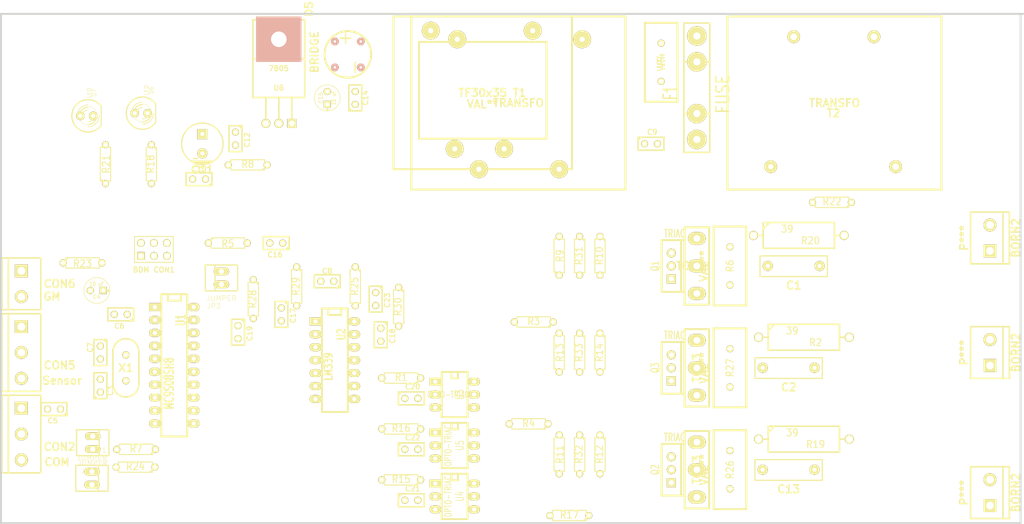
<source format=kicad_pcb>
(kicad_pcb (version 3) (host pcbnew "(2013-mar-13)-testing")

  (general
    (links 175)
    (no_connects 175)
    (area 38.037599 20.224267 239.190501 123.765088)
    (thickness 1.6002)
    (drawings 4)
    (tracks 0)
    (zones 0)
    (modules 87)
    (nets 49)
  )

  (page A4)
  (layers
    (15 Front signal)
    (0 Back signal)
    (16 B.Adhes user)
    (17 F.Adhes user)
    (18 B.Paste user)
    (19 F.Paste user)
    (20 B.SilkS user)
    (21 F.SilkS user)
    (22 B.Mask user)
    (23 F.Mask user)
    (24 Dwgs.User user)
    (25 Cmts.User user)
    (26 Eco1.User user)
    (27 Eco2.User user)
    (28 Edge.Cuts user)
  )

  (setup
    (last_trace_width 1.5)
    (trace_clearance 0.35)
    (zone_clearance 0.508)
    (zone_45_only no)
    (trace_min 0.2032)
    (segment_width 0.381)
    (edge_width 0.381)
    (via_size 0.889)
    (via_drill 0.635)
    (via_min_size 0.889)
    (via_min_drill 0.508)
    (uvia_size 0.508)
    (uvia_drill 0.127)
    (uvias_allowed no)
    (uvia_min_size 0.508)
    (uvia_min_drill 0.127)
    (pcb_text_width 0.3048)
    (pcb_text_size 1.524 2.032)
    (mod_edge_width 0.381)
    (mod_text_size 1.524 1.524)
    (mod_text_width 0.3048)
    (pad_size 2.54 2.54)
    (pad_drill 1.524)
    (pad_to_mask_clearance 0.254)
    (aux_axis_origin 0 0)
    (visible_elements FFFFF77F)
    (pcbplotparams
      (layerselection 3178497)
      (usegerberextensions true)
      (excludeedgelayer true)
      (linewidth 60)
      (plotframeref false)
      (viasonmask false)
      (mode 1)
      (useauxorigin false)
      (hpglpennumber 1)
      (hpglpenspeed 20)
      (hpglpendiameter 15)
      (hpglpenoverlay 0)
      (psnegative false)
      (psa4output false)
      (plotreference true)
      (plotvalue true)
      (plotothertext true)
      (plotinvisibletext false)
      (padsonsilk false)
      (subtractmaskfromsilk false)
      (outputformat 1)
      (mirror false)
      (drillshape 1)
      (scaleselection 1)
      (outputdirectory ""))
  )

  (net 0 "")
  (net 1 /BDM)
  (net 2 /EXTAL)
  (net 3 /GM)
  (net 4 /IC)
  (net 5 /In_R)
  (net 6 /In_RT)
  (net 7 /In_S)
  (net 8 /In_T)
  (net 9 /Led1)
  (net 10 /N)
  (net 11 /OPT1)
  (net 12 /OPT2)
  (net 13 /OPT3)
  (net 14 /RC)
  (net 15 /RESET)
  (net 16 /RxD)
  (net 17 /SC)
  (net 18 /TC)
  (net 19 /TxD)
  (net 20 /XTAL)
  (net 21 /c_Flash)
  (net 22 /out_R)
  (net 23 /out_S)
  (net 24 /out_T)
  (net 25 /select)
  (net 26 /sensor)
  (net 27 /vreg)
  (net 28 GND)
  (net 29 N-000001)
  (net 30 N-0000010)
  (net 31 N-0000013)
  (net 32 N-0000015)
  (net 33 N-0000019)
  (net 34 N-000002)
  (net 35 N-0000021)
  (net 36 N-0000022)
  (net 37 N-0000028)
  (net 38 N-000003)
  (net 39 N-0000031)
  (net 40 N-0000033)
  (net 41 N-0000035)
  (net 42 N-000004)
  (net 43 N-0000042)
  (net 44 N-000005)
  (net 45 N-0000059)
  (net 46 N-000006)
  (net 47 N-0000061)
  (net 48 N-000007)

  (net_class Default "This is the default net class."
    (clearance 0.35)
    (trace_width 1.5)
    (via_dia 0.889)
    (via_drill 0.635)
    (uvia_dia 0.508)
    (uvia_drill 0.127)
    (add_net "")
    (add_net /BDM)
    (add_net /EXTAL)
    (add_net /GM)
    (add_net /Led1)
    (add_net /OPT1)
    (add_net /OPT2)
    (add_net /OPT3)
    (add_net /RESET)
    (add_net /XTAL)
    (add_net /c_Flash)
    (add_net /select)
    (add_net N-000001)
    (add_net N-0000010)
    (add_net N-0000013)
    (add_net N-0000015)
    (add_net N-0000019)
    (add_net N-000002)
    (add_net N-0000021)
    (add_net N-0000022)
    (add_net N-0000028)
    (add_net N-000003)
    (add_net N-0000031)
    (add_net N-0000033)
    (add_net N-0000035)
    (add_net N-000004)
    (add_net N-0000042)
    (add_net N-000005)
    (add_net N-0000059)
    (add_net N-000006)
    (add_net N-0000061)
    (add_net N-000007)
  )

  (net_class pote2 ""
    (clearance 0.4)
    (trace_width 0.55)
    (via_dia 0.889)
    (via_drill 0.635)
    (uvia_dia 0.508)
    (uvia_drill 0.127)
  )

  (net_class potencia ""
    (clearance 0.5)
    (trace_width 1.5)
    (via_dia 0.889)
    (via_drill 0.635)
    (uvia_dia 0.508)
    (uvia_drill 0.127)
    (add_net /In_R)
    (add_net /In_RT)
    (add_net /In_S)
    (add_net /In_T)
    (add_net /out_R)
    (add_net /out_S)
    (add_net /out_T)
  )

  (net_class senal ""
    (clearance 0.35)
    (trace_width 0.75)
    (via_dia 0.889)
    (via_drill 0.635)
    (uvia_dia 0.508)
    (uvia_drill 0.127)
    (add_net /IC)
    (add_net /N)
    (add_net /RC)
    (add_net /RxD)
    (add_net /SC)
    (add_net /TC)
    (add_net /TxD)
    (add_net /sensor)
    (add_net /vreg)
    (add_net GND)
  )

  (module PINHEAD1-2 (layer Front) (tedit 51783601) (tstamp 5169EA73)
    (at 56.5 107.7 270)
    (path /516979AF)
    (attr virtual)
    (fp_text reference JP2 (at 5.5 1 360) (layer F.SilkS)
      (effects (font (size 1.016 1.016) (thickness 0.0889)))
    )
    (fp_text value JUMPER (at 4 0 360) (layer F.SilkS)
      (effects (font (size 1.016 1.016) (thickness 0.0889)))
    )
    (fp_line (start 2.54 -1.27) (end -2.54 -1.27) (layer F.SilkS) (width 0.254))
    (fp_line (start 2.54 3.175) (end -2.54 3.175) (layer F.SilkS) (width 0.254))
    (fp_line (start -2.54 -3.175) (end 2.54 -3.175) (layer F.SilkS) (width 0.254))
    (fp_line (start -2.54 -3.175) (end -2.54 3.175) (layer F.SilkS) (width 0.254))
    (fp_line (start 2.54 -3.175) (end 2.54 3.175) (layer F.SilkS) (width 0.254))
    (pad 1 thru_hole oval (at -1.27 0 270) (size 1.50622 3.01498) (drill 0.99822)
      (layers *.Cu F.Paste F.SilkS F.Mask)
      (net 26 /sensor)
    )
    (pad 2 thru_hole oval (at 1.27 0 270) (size 1.50622 3.01498) (drill 0.99822)
      (layers *.Cu F.Paste F.SilkS F.Mask)
      (net 37 N-0000028)
    )
  )

  (module PINHEAD1-2 (layer Front) (tedit 517835FA) (tstamp 517ED80D)
    (at 81.75 75.35 90)
    (path /5169732A)
    (attr virtual)
    (fp_text reference JP3 (at -5.5 -1.5 180) (layer F.SilkS)
      (effects (font (size 1.016 1.016) (thickness 0.0889)))
    )
    (fp_text value JUMPER (at -4 0 180) (layer F.SilkS)
      (effects (font (size 1.016 1.016) (thickness 0.0889)))
    )
    (fp_line (start 2.54 -1.27) (end -2.54 -1.27) (layer F.SilkS) (width 0.254))
    (fp_line (start 2.54 3.175) (end -2.54 3.175) (layer F.SilkS) (width 0.254))
    (fp_line (start -2.54 -3.175) (end 2.54 -3.175) (layer F.SilkS) (width 0.254))
    (fp_line (start -2.54 -3.175) (end -2.54 3.175) (layer F.SilkS) (width 0.254))
    (fp_line (start 2.54 -3.175) (end 2.54 3.175) (layer F.SilkS) (width 0.254))
    (pad 1 thru_hole oval (at -1.27 0 90) (size 1.50622 3.01498) (drill 0.99822)
      (layers *.Cu F.Paste F.SilkS F.Mask)
      (net 25 /select)
    )
    (pad 2 thru_hole oval (at 1.27 0 90) (size 1.50622 3.01498) (drill 0.99822)
      (layers *.Cu F.Paste F.SilkS F.Mask)
      (net 28 GND)
    )
  )

  (module PINHEAD1-2 (layer Front) (tedit 51783603) (tstamp 517860F5)
    (at 56.35 114.675 270)
    (path /509ABACB)
    (attr virtual)
    (fp_text reference JP1 (at -5.5 -1.5 360) (layer F.SilkS)
      (effects (font (size 1.016 1.016) (thickness 0.0889)))
    )
    (fp_text value JUMPER (at -4 0 360) (layer F.SilkS)
      (effects (font (size 1.016 1.016) (thickness 0.0889)))
    )
    (fp_line (start 2.54 -1.27) (end -2.54 -1.27) (layer F.SilkS) (width 0.254))
    (fp_line (start 2.54 3.175) (end -2.54 3.175) (layer F.SilkS) (width 0.254))
    (fp_line (start -2.54 -3.175) (end 2.54 -3.175) (layer F.SilkS) (width 0.254))
    (fp_line (start -2.54 -3.175) (end -2.54 3.175) (layer F.SilkS) (width 0.254))
    (fp_line (start 2.54 -3.175) (end 2.54 3.175) (layer F.SilkS) (width 0.254))
    (pad 1 thru_hole oval (at -1.27 0 270) (size 1.50622 3.01498) (drill 0.99822)
      (layers *.Cu F.Paste F.SilkS F.Mask)
      (net 21 /c_Flash)
    )
    (pad 2 thru_hole oval (at 1.27 0 270) (size 1.50622 3.01498) (drill 0.99822)
      (layers *.Cu F.Paste F.SilkS F.Mask)
      (net 28 GND)
    )
  )

  (module TO220_VERT (layer Front) (tedit 51786729) (tstamp 5169E883)
    (at 170 73)
    (descr "Regulateur TO220 serie LM78xx")
    (tags "TR TO220")
    (path /4A0EB00A)
    (fp_text reference Q1 (at -3.175 0 90) (layer F.SilkS)
      (effects (font (size 1.524 1.016) (thickness 0.2032)))
    )
    (fp_text value TRIAC (at 0.635 -6.35) (layer F.SilkS)
      (effects (font (size 1.524 1.016) (thickness 0.2032)))
    )
    (fp_line (start 1.905 -5.08) (end 2.54 -5.08) (layer F.SilkS) (width 0.381))
    (fp_line (start 2.54 -5.08) (end 2.54 5.08) (layer F.SilkS) (width 0.381))
    (fp_line (start 2.54 5.08) (end 1.905 5.08) (layer F.SilkS) (width 0.381))
    (fp_line (start -1.905 -5.08) (end 1.905 -5.08) (layer F.SilkS) (width 0.381))
    (fp_line (start 1.905 -5.08) (end 1.905 5.08) (layer F.SilkS) (width 0.381))
    (fp_line (start 1.905 5.08) (end -1.905 5.08) (layer F.SilkS) (width 0.381))
    (fp_line (start -1.905 5.08) (end -1.905 -5.08) (layer F.SilkS) (width 0.381))
    (pad 2 thru_hole circle (at 0 -2.54) (size 1.778 1.778) (drill 1.016)
      (layers *.Cu *.Mask F.SilkS)
      (net 6 /In_RT)
    )
    (pad 3 thru_hole circle (at 0 0) (size 1.778 1.778) (drill 1.016)
      (layers *.Cu *.Mask F.SilkS)
      (net 22 /out_R)
    )
    (pad 1 thru_hole rect (at 0 2.54) (size 1.778 1.778) (drill 1.016)
      (layers *.Cu *.Mask F.SilkS)
      (net 32 N-0000015)
    )
  )

  (module TO220_VERT (layer Front) (tedit 51786787) (tstamp 5169E891)
    (at 170 93)
    (descr "Regulateur TO220 serie LM78xx")
    (tags "TR TO220")
    (path /50871D71)
    (fp_text reference Q3 (at -3.175 0 90) (layer F.SilkS)
      (effects (font (size 1.524 1.016) (thickness 0.2032)))
    )
    (fp_text value TRIAC (at 0.635 -6.35) (layer F.SilkS)
      (effects (font (size 1.524 1.016) (thickness 0.2032)))
    )
    (fp_line (start 1.905 -5.08) (end 2.54 -5.08) (layer F.SilkS) (width 0.381))
    (fp_line (start 2.54 -5.08) (end 2.54 5.08) (layer F.SilkS) (width 0.381))
    (fp_line (start 2.54 5.08) (end 1.905 5.08) (layer F.SilkS) (width 0.381))
    (fp_line (start -1.905 -5.08) (end 1.905 -5.08) (layer F.SilkS) (width 0.381))
    (fp_line (start 1.905 -5.08) (end 1.905 5.08) (layer F.SilkS) (width 0.381))
    (fp_line (start 1.905 5.08) (end -1.905 5.08) (layer F.SilkS) (width 0.381))
    (fp_line (start -1.905 5.08) (end -1.905 -5.08) (layer F.SilkS) (width 0.381))
    (pad 2 thru_hole circle (at 0 -2.54) (size 1.778 1.778) (drill 1.016)
      (layers *.Cu *.Mask F.SilkS)
      (net 8 /In_T)
    )
    (pad 3 thru_hole circle (at 0 0) (size 1.778 1.778) (drill 1.016)
      (layers *.Cu *.Mask F.SilkS)
      (net 24 /out_T)
    )
    (pad 1 thru_hole rect (at 0 2.54) (size 1.778 1.778) (drill 1.016)
      (layers *.Cu *.Mask F.SilkS)
      (net 47 N-0000061)
    )
  )

  (module TO220_VERT (layer Front) (tedit 517867E9) (tstamp 5169E89F)
    (at 170 113)
    (descr "Regulateur TO220 serie LM78xx")
    (tags "TR TO220")
    (path /50981EEF)
    (fp_text reference Q2 (at -3.175 0 90) (layer F.SilkS)
      (effects (font (size 1.524 1.016) (thickness 0.2032)))
    )
    (fp_text value TRIAC (at 0.635 -6.35) (layer F.SilkS)
      (effects (font (size 1.524 1.016) (thickness 0.2032)))
    )
    (fp_line (start 1.905 -5.08) (end 2.54 -5.08) (layer F.SilkS) (width 0.381))
    (fp_line (start 2.54 -5.08) (end 2.54 5.08) (layer F.SilkS) (width 0.381))
    (fp_line (start 2.54 5.08) (end 1.905 5.08) (layer F.SilkS) (width 0.381))
    (fp_line (start -1.905 -5.08) (end 1.905 -5.08) (layer F.SilkS) (width 0.381))
    (fp_line (start 1.905 -5.08) (end 1.905 5.08) (layer F.SilkS) (width 0.381))
    (fp_line (start 1.905 5.08) (end -1.905 5.08) (layer F.SilkS) (width 0.381))
    (fp_line (start -1.905 5.08) (end -1.905 -5.08) (layer F.SilkS) (width 0.381))
    (pad 2 thru_hole circle (at 0 -2.54) (size 1.778 1.778) (drill 1.016)
      (layers *.Cu *.Mask F.SilkS)
      (net 7 /In_S)
    )
    (pad 3 thru_hole circle (at 0 0) (size 1.778 1.778) (drill 1.016)
      (layers *.Cu *.Mask F.SilkS)
      (net 23 /out_S)
    )
    (pad 1 thru_hole rect (at 0 2.54) (size 1.778 1.778) (drill 1.016)
      (layers *.Cu *.Mask F.SilkS)
      (net 41 N-0000035)
    )
  )

  (module TO220 (layer Front) (tedit 51780EBF) (tstamp 5169E8B0)
    (at 93 45 90)
    (descr "Transistor TO 220")
    (tags "TR TO220 DEV")
    (path /50980DFB)
    (fp_text reference U6 (at 6.985 0 180) (layer F.SilkS)
      (effects (font (size 1.016 1.016) (thickness 0.2032)))
    )
    (fp_text value 7805 (at 10.795 0 180) (layer F.SilkS)
      (effects (font (size 1.016 1.016) (thickness 0.2032)))
    )
    (fp_line (start 0 -2.54) (end 5.08 -2.54) (layer F.SilkS) (width 0.3048))
    (fp_line (start 0 0) (end 5.08 0) (layer F.SilkS) (width 0.3048))
    (fp_line (start 0 2.54) (end 5.08 2.54) (layer F.SilkS) (width 0.3048))
    (fp_line (start 5.08 5.08) (end 20.32 5.08) (layer F.SilkS) (width 0.3048))
    (fp_line (start 20.32 5.08) (end 20.32 -5.08) (layer F.SilkS) (width 0.3048))
    (fp_line (start 20.32 -5.08) (end 5.08 -5.08) (layer F.SilkS) (width 0.3048))
    (fp_line (start 5.08 -5.08) (end 5.08 5.08) (layer F.SilkS) (width 0.3048))
    (fp_line (start 12.7 3.81) (end 12.7 -5.08) (layer F.SilkS) (width 0.3048))
    (fp_line (start 12.7 3.81) (end 12.7 5.08) (layer F.SilkS) (width 0.3048))
    (pad 1 thru_hole rect (at 0 2.54 90) (size 1.778 1.778) (drill 1.143)
      (layers *.Cu *.Mask F.SilkS)
      (net 27 /vreg)
    )
    (pad 2 thru_hole circle (at 0 -2.54 90) (size 1.778 1.778) (drill 1.143)
      (layers *.Cu *.Mask F.SilkS)
      (net 43 N-0000042)
    )
    (pad 3 thru_hole circle (at 0 0 90) (size 1.778 1.778) (drill 1.143)
      (layers *.Cu *.Mask F.SilkS)
      (net 28 GND)
    )
    (pad 4 thru_hole rect (at 16.51 0 90) (size 8.89 8.89) (drill 3.048)
      (layers *.Cu *.SilkS *.Mask)
    )
    (model discret/to220_horiz.wrl
      (at (xyz 0 0 0))
      (scale (xyz 1 1 1))
      (rotate (xyz 0 0 0))
    )
  )

  (module SIOV-S14K460 (layer Front) (tedit 51783E98) (tstamp 5169E8E8)
    (at 181.5 73 90)
    (descr "Varistor Epcos SIOV-S14K460")
    (tags R)
    (path /5169DE25)
    (autoplace_cost180 10)
    (fp_text reference R6 (at 0 0 90) (layer F.SilkS)
      (effects (font (size 1.397 1.27) (thickness 0.2032)))
    )
    (fp_text value SIOV-S14K460 (at 0 0 90) (layer F.SilkS) hide
      (effects (font (size 1.397 1.27) (thickness 0.2032)))
    )
    (fp_line (start -7.74954 -3.2004) (end 7.74954 -3.2004) (layer F.SilkS) (width 0.381))
    (fp_line (start 7.74954 -3.2004) (end 7.74954 3.2004) (layer F.SilkS) (width 0.381))
    (fp_line (start 7.74954 3.2004) (end -7.74954 3.2004) (layer F.SilkS) (width 0.381))
    (fp_line (start -7.74954 3.2004) (end -7.74954 -3.2004) (layer F.SilkS) (width 0.381))
    (pad 1 thru_hole circle (at -3.75 0 90) (size 1.397 1.397) (drill 0.8128)
      (layers *.Cu *.Mask F.SilkS)
      (net 22 /out_R)
    )
    (pad 2 thru_hole circle (at 3.75 0 90) (size 1.397 1.397) (drill 0.8128)
      (layers *.Cu *.Mask F.SilkS)
      (net 6 /In_RT)
    )
  )

  (module SIOV-S14K460 (layer Front) (tedit 51783EA0) (tstamp 5169E8F2)
    (at 181.5 113 90)
    (descr "Varistor Epcos SIOV-S14K460")
    (tags R)
    (path /5169DDF6)
    (autoplace_cost180 10)
    (fp_text reference R26 (at 0 0 90) (layer F.SilkS)
      (effects (font (size 1.397 1.27) (thickness 0.2032)))
    )
    (fp_text value SIOV-S14K460 (at 0 0 90) (layer F.SilkS) hide
      (effects (font (size 1.397 1.27) (thickness 0.2032)))
    )
    (fp_line (start -7.74954 -3.2004) (end 7.74954 -3.2004) (layer F.SilkS) (width 0.381))
    (fp_line (start 7.74954 -3.2004) (end 7.74954 3.2004) (layer F.SilkS) (width 0.381))
    (fp_line (start 7.74954 3.2004) (end -7.74954 3.2004) (layer F.SilkS) (width 0.381))
    (fp_line (start -7.74954 3.2004) (end -7.74954 -3.2004) (layer F.SilkS) (width 0.381))
    (pad 1 thru_hole circle (at -3.75 0 90) (size 1.397 1.397) (drill 0.8128)
      (layers *.Cu *.Mask F.SilkS)
      (net 23 /out_S)
    )
    (pad 2 thru_hole circle (at 3.75 0 90) (size 1.397 1.397) (drill 0.8128)
      (layers *.Cu *.Mask F.SilkS)
      (net 7 /In_S)
    )
  )

  (module SIOV-S14K460 (layer Front) (tedit 51783EAC) (tstamp 5169E8FC)
    (at 181.5 93 90)
    (descr "Varistor Epcos SIOV-S14K460")
    (tags R)
    (path /5169DDDE)
    (autoplace_cost180 10)
    (fp_text reference R27 (at 0 0 90) (layer F.SilkS)
      (effects (font (size 1.397 1.27) (thickness 0.2032)))
    )
    (fp_text value SIOV-S14K460 (at 0 0 90) (layer F.SilkS) hide
      (effects (font (size 1.397 1.27) (thickness 0.2032)))
    )
    (fp_line (start -7.74954 -3.2004) (end 7.74954 -3.2004) (layer F.SilkS) (width 0.381))
    (fp_line (start 7.74954 -3.2004) (end 7.74954 3.2004) (layer F.SilkS) (width 0.381))
    (fp_line (start 7.74954 3.2004) (end -7.74954 3.2004) (layer F.SilkS) (width 0.381))
    (fp_line (start -7.74954 3.2004) (end -7.74954 -3.2004) (layer F.SilkS) (width 0.381))
    (pad 1 thru_hole circle (at -3.75 0 90) (size 1.397 1.397) (drill 0.8128)
      (layers *.Cu *.Mask F.SilkS)
      (net 24 /out_T)
    )
    (pad 2 thru_hole circle (at 3.75 0 90) (size 1.397 1.397) (drill 0.8128)
      (layers *.Cu *.Mask F.SilkS)
      (net 8 /In_T)
    )
  )

  (module SIOV-S14K460 (layer Front) (tedit 5169E03E) (tstamp 5169E906)
    (at 168 33 270)
    (descr "Varistor Epcos SIOV-S14K460")
    (tags R)
    (path /5167202D)
    (autoplace_cost180 10)
    (fp_text reference VR4 (at 0 0 270) (layer F.SilkS)
      (effects (font (size 1.397 1.27) (thickness 0.2032)))
    )
    (fp_text value VR (at 0 0 270) (layer F.SilkS)
      (effects (font (size 1.397 1.27) (thickness 0.2032)))
    )
    (fp_line (start -7.74954 -3.2004) (end 7.74954 -3.2004) (layer F.SilkS) (width 0.381))
    (fp_line (start 7.74954 -3.2004) (end 7.74954 3.2004) (layer F.SilkS) (width 0.381))
    (fp_line (start 7.74954 3.2004) (end -7.74954 3.2004) (layer F.SilkS) (width 0.381))
    (fp_line (start -7.74954 3.2004) (end -7.74954 -3.2004) (layer F.SilkS) (width 0.381))
    (pad 1 thru_hole circle (at -3.75 0 270) (size 1.397 1.397) (drill 0.8128)
      (layers *.Cu *.Mask F.SilkS)
      (net 31 N-0000013)
    )
    (pad 2 thru_hole circle (at 3.75 0 270) (size 1.397 1.397) (drill 0.8128)
      (layers *.Cu *.Mask F.SilkS)
      (net 10 /N)
    )
  )

  (module R7 (layer Front) (tedit 200000) (tstamp 517A0A52)
    (at 196 107)
    (descr "Resitance 7 pas")
    (tags R)
    (path /50981EF2)
    (autoplace_cost180 10)
    (fp_text reference R19 (at 2.286 1.016) (layer F.SilkS)
      (effects (font (size 1.397 1.27) (thickness 0.2032)))
    )
    (fp_text value 39 (at -2.286 -1.27) (layer F.SilkS)
      (effects (font (size 1.397 1.27) (thickness 0.2032)))
    )
    (fp_line (start -8.89 0) (end -8.89 0) (layer F.SilkS) (width 0.3048))
    (fp_line (start -8.89 0) (end -8.89 0) (layer F.SilkS) (width 0.3048))
    (fp_line (start 6.985 0) (end 8.89 0) (layer F.SilkS) (width 0.3048))
    (fp_line (start 8.89 0) (end 8.89 0) (layer F.SilkS) (width 0.3048))
    (fp_line (start 6.985 2.54) (end -6.985 2.54) (layer F.SilkS) (width 0.3048))
    (fp_line (start -6.985 -2.54) (end 6.985 -2.54) (layer F.SilkS) (width 0.3048))
    (fp_line (start -6.985 -1.27) (end -5.715 -2.54) (layer F.SilkS) (width 0.3048))
    (fp_line (start 6.985 -2.54) (end 6.985 2.54) (layer F.SilkS) (width 0.3048))
    (fp_line (start -6.985 -2.54) (end -6.985 2.54) (layer F.SilkS) (width 0.3048))
    (fp_line (start -8.89 0) (end -6.985 0) (layer F.SilkS) (width 0.3048))
    (pad 1 thru_hole circle (at -8.89 0) (size 1.778 1.778) (drill 1.27)
      (layers *.Cu *.Mask F.SilkS)
      (net 7 /In_S)
    )
    (pad 2 thru_hole circle (at 8.89 0) (size 1.778 1.778) (drill 1.27)
      (layers *.Cu *.Mask F.SilkS)
      (net 34 N-000002)
    )
    (model discret/resistor.wrl
      (at (xyz 0 0 0))
      (scale (xyz 0.7 0.7 0.7))
      (rotate (xyz 0 0 0))
    )
  )

  (module R7 (layer Front) (tedit 200000) (tstamp 517A0A30)
    (at 195 67)
    (descr "Resitance 7 pas")
    (tags R)
    (path /4A0EB0F6)
    (autoplace_cost180 10)
    (fp_text reference R20 (at 2.286 1.016) (layer F.SilkS)
      (effects (font (size 1.397 1.27) (thickness 0.2032)))
    )
    (fp_text value 39 (at -2.286 -1.27) (layer F.SilkS)
      (effects (font (size 1.397 1.27) (thickness 0.2032)))
    )
    (fp_line (start -8.89 0) (end -8.89 0) (layer F.SilkS) (width 0.3048))
    (fp_line (start -8.89 0) (end -8.89 0) (layer F.SilkS) (width 0.3048))
    (fp_line (start 6.985 0) (end 8.89 0) (layer F.SilkS) (width 0.3048))
    (fp_line (start 8.89 0) (end 8.89 0) (layer F.SilkS) (width 0.3048))
    (fp_line (start 6.985 2.54) (end -6.985 2.54) (layer F.SilkS) (width 0.3048))
    (fp_line (start -6.985 -2.54) (end 6.985 -2.54) (layer F.SilkS) (width 0.3048))
    (fp_line (start -6.985 -1.27) (end -5.715 -2.54) (layer F.SilkS) (width 0.3048))
    (fp_line (start 6.985 -2.54) (end 6.985 2.54) (layer F.SilkS) (width 0.3048))
    (fp_line (start -6.985 -2.54) (end -6.985 2.54) (layer F.SilkS) (width 0.3048))
    (fp_line (start -8.89 0) (end -6.985 0) (layer F.SilkS) (width 0.3048))
    (pad 1 thru_hole circle (at -8.89 0) (size 1.778 1.778) (drill 1.27)
      (layers *.Cu *.Mask F.SilkS)
      (net 6 /In_RT)
    )
    (pad 2 thru_hole circle (at 8.89 0) (size 1.778 1.778) (drill 1.27)
      (layers *.Cu *.Mask F.SilkS)
      (net 29 N-000001)
    )
    (model discret/resistor.wrl
      (at (xyz 0 0 0))
      (scale (xyz 0.7 0.7 0.7))
      (rotate (xyz 0 0 0))
    )
  )

  (module R7 (layer Front) (tedit 200000) (tstamp 517A0A1F)
    (at 196 87)
    (descr "Resitance 7 pas")
    (tags R)
    (path /50871D6E)
    (autoplace_cost180 10)
    (fp_text reference R2 (at 2.286 1.016) (layer F.SilkS)
      (effects (font (size 1.397 1.27) (thickness 0.2032)))
    )
    (fp_text value 39 (at -2.286 -1.27) (layer F.SilkS)
      (effects (font (size 1.397 1.27) (thickness 0.2032)))
    )
    (fp_line (start -8.89 0) (end -8.89 0) (layer F.SilkS) (width 0.3048))
    (fp_line (start -8.89 0) (end -8.89 0) (layer F.SilkS) (width 0.3048))
    (fp_line (start 6.985 0) (end 8.89 0) (layer F.SilkS) (width 0.3048))
    (fp_line (start 8.89 0) (end 8.89 0) (layer F.SilkS) (width 0.3048))
    (fp_line (start 6.985 2.54) (end -6.985 2.54) (layer F.SilkS) (width 0.3048))
    (fp_line (start -6.985 -2.54) (end 6.985 -2.54) (layer F.SilkS) (width 0.3048))
    (fp_line (start -6.985 -1.27) (end -5.715 -2.54) (layer F.SilkS) (width 0.3048))
    (fp_line (start 6.985 -2.54) (end 6.985 2.54) (layer F.SilkS) (width 0.3048))
    (fp_line (start -6.985 -2.54) (end -6.985 2.54) (layer F.SilkS) (width 0.3048))
    (fp_line (start -8.89 0) (end -6.985 0) (layer F.SilkS) (width 0.3048))
    (pad 1 thru_hole circle (at -8.89 0) (size 1.778 1.778) (drill 1.27)
      (layers *.Cu *.Mask F.SilkS)
      (net 8 /In_T)
    )
    (pad 2 thru_hole circle (at 8.89 0) (size 1.778 1.778) (drill 1.27)
      (layers *.Cu *.Mask F.SilkS)
      (net 38 N-000003)
    )
    (model discret/resistor.wrl
      (at (xyz 0 0 0))
      (scale (xyz 0.7 0.7 0.7))
      (rotate (xyz 0 0 0))
    )
  )

  (module R3 (layer Front) (tedit 51781142) (tstamp 5169E944)
    (at 65 109 180)
    (descr "Resitance 3 pas")
    (tags R)
    (path /508DAF50)
    (autoplace_cost180 10)
    (fp_text reference R7 (at 0 0.127 180) (layer F.SilkS)
      (effects (font (size 1.397 1.27) (thickness 0.2032)))
    )
    (fp_text value 10K (at 0 0.127 180) (layer F.SilkS) hide
      (effects (font (size 1.397 1.27) (thickness 0.2032)))
    )
    (fp_line (start -3.81 0) (end -3.302 0) (layer F.SilkS) (width 0.2032))
    (fp_line (start 3.81 0) (end 3.302 0) (layer F.SilkS) (width 0.2032))
    (fp_line (start 3.302 0) (end 3.302 -1.016) (layer F.SilkS) (width 0.2032))
    (fp_line (start 3.302 -1.016) (end -3.302 -1.016) (layer F.SilkS) (width 0.2032))
    (fp_line (start -3.302 -1.016) (end -3.302 1.016) (layer F.SilkS) (width 0.2032))
    (fp_line (start -3.302 1.016) (end 3.302 1.016) (layer F.SilkS) (width 0.2032))
    (fp_line (start 3.302 1.016) (end 3.302 0) (layer F.SilkS) (width 0.2032))
    (fp_line (start -3.302 -0.508) (end -2.794 -1.016) (layer F.SilkS) (width 0.2032))
    (pad 1 thru_hole circle (at -3.81 0 180) (size 1.397 1.397) (drill 0.8128)
      (layers *.Cu *.Mask F.SilkS)
      (net 27 /vreg)
    )
    (pad 2 thru_hole circle (at 3.81 0 180) (size 1.397 1.397) (drill 0.8128)
      (layers *.Cu *.Mask F.SilkS)
      (net 37 N-0000028)
    )
    (model discret/resistor.wrl
      (at (xyz 0 0 0))
      (scale (xyz 0.3 0.3 0.3))
      (rotate (xyz 0 0 0))
    )
  )

  (module R3 (layer Front) (tedit 517871F4) (tstamp 5169E952)
    (at 156 71 270)
    (descr "Resitance 3 pas")
    (tags R)
    (path /5091D030)
    (autoplace_cost180 10)
    (fp_text reference R10 (at 0 0.127 270) (layer F.SilkS)
      (effects (font (size 1.397 1.27) (thickness 0.2032)))
    )
    (fp_text value 10k (at 0 0.127 270) (layer F.SilkS) hide
      (effects (font (size 1.397 1.27) (thickness 0.2032)))
    )
    (fp_line (start -3.81 0) (end -3.302 0) (layer F.SilkS) (width 0.2032))
    (fp_line (start 3.81 0) (end 3.302 0) (layer F.SilkS) (width 0.2032))
    (fp_line (start 3.302 0) (end 3.302 -1.016) (layer F.SilkS) (width 0.2032))
    (fp_line (start 3.302 -1.016) (end -3.302 -1.016) (layer F.SilkS) (width 0.2032))
    (fp_line (start -3.302 -1.016) (end -3.302 1.016) (layer F.SilkS) (width 0.2032))
    (fp_line (start -3.302 1.016) (end 3.302 1.016) (layer F.SilkS) (width 0.2032))
    (fp_line (start 3.302 1.016) (end 3.302 0) (layer F.SilkS) (width 0.2032))
    (fp_line (start -3.302 -0.508) (end -2.794 -1.016) (layer F.SilkS) (width 0.2032))
    (pad 1 thru_hole circle (at -3.81 0 270) (size 1.397 1.397) (drill 0.8128)
      (layers *.Cu *.Mask F.SilkS)
      (net 30 N-0000010)
    )
    (pad 2 thru_hole circle (at 3.81 0 270) (size 1.397 1.397) (drill 0.8128)
      (layers *.Cu *.Mask F.SilkS)
      (net 10 /N)
    )
    (model discret/resistor.wrl
      (at (xyz 0 0 0))
      (scale (xyz 0.3 0.3 0.3))
      (rotate (xyz 0 0 0))
    )
  )

  (module R3 (layer Front) (tedit 517E9F9A) (tstamp 517EA13D)
    (at 156 110 270)
    (descr "Resitance 3 pas")
    (tags R)
    (path /5091CE49)
    (autoplace_cost180 10)
    (fp_text reference R12 (at 0 0.127 270) (layer F.SilkS)
      (effects (font (size 1.397 1.27) (thickness 0.2032)))
    )
    (fp_text value 10K (at 0 0.127 270) (layer F.SilkS) hide
      (effects (font (size 1.397 1.27) (thickness 0.2032)))
    )
    (fp_line (start -3.81 0) (end -3.302 0) (layer F.SilkS) (width 0.2032))
    (fp_line (start 3.81 0) (end 3.302 0) (layer F.SilkS) (width 0.2032))
    (fp_line (start 3.302 0) (end 3.302 -1.016) (layer F.SilkS) (width 0.2032))
    (fp_line (start 3.302 -1.016) (end -3.302 -1.016) (layer F.SilkS) (width 0.2032))
    (fp_line (start -3.302 -1.016) (end -3.302 1.016) (layer F.SilkS) (width 0.2032))
    (fp_line (start -3.302 1.016) (end 3.302 1.016) (layer F.SilkS) (width 0.2032))
    (fp_line (start 3.302 1.016) (end 3.302 0) (layer F.SilkS) (width 0.2032))
    (fp_line (start -3.302 -0.508) (end -2.794 -1.016) (layer F.SilkS) (width 0.2032))
    (pad 1 thru_hole circle (at -3.81 0 270) (size 1.397 1.397) (drill 0.8128)
      (layers *.Cu *.Mask F.SilkS)
      (net 42 N-000004)
    )
    (pad 2 thru_hole circle (at 3.81 0 270) (size 1.397 1.397) (drill 0.8128)
      (layers *.Cu *.Mask F.SilkS)
      (net 10 /N)
    )
    (model discret/resistor.wrl
      (at (xyz 0 0 0))
      (scale (xyz 0.3 0.3 0.3))
      (rotate (xyz 0 0 0))
    )
  )

  (module R3 (layer Front) (tedit 5179AF87) (tstamp 517E90CD)
    (at 148 110 90)
    (descr "Resitance 3 pas")
    (tags R)
    (path /5091CED6)
    (autoplace_cost180 10)
    (fp_text reference R11 (at 0 0.127 90) (layer F.SilkS)
      (effects (font (size 1.397 1.27) (thickness 0.2032)))
    )
    (fp_text value 4.7M (at 0 0.127 90) (layer F.SilkS) hide
      (effects (font (size 1.397 1.27) (thickness 0.2032)))
    )
    (fp_line (start -3.81 0) (end -3.302 0) (layer F.SilkS) (width 0.2032))
    (fp_line (start 3.81 0) (end 3.302 0) (layer F.SilkS) (width 0.2032))
    (fp_line (start 3.302 0) (end 3.302 -1.016) (layer F.SilkS) (width 0.2032))
    (fp_line (start 3.302 -1.016) (end -3.302 -1.016) (layer F.SilkS) (width 0.2032))
    (fp_line (start -3.302 -1.016) (end -3.302 1.016) (layer F.SilkS) (width 0.2032))
    (fp_line (start -3.302 1.016) (end 3.302 1.016) (layer F.SilkS) (width 0.2032))
    (fp_line (start 3.302 1.016) (end 3.302 0) (layer F.SilkS) (width 0.2032))
    (fp_line (start -3.302 -0.508) (end -2.794 -1.016) (layer F.SilkS) (width 0.2032))
    (pad 1 thru_hole circle (at -3.81 0 90) (size 1.397 1.397) (drill 0.8128)
      (layers *.Cu *.Mask F.SilkS)
      (net 7 /In_S)
    )
    (pad 2 thru_hole circle (at 3.81 0 90) (size 1.397 1.397) (drill 0.8128)
      (layers *.Cu *.Mask F.SilkS)
      (net 42 N-000004)
    )
    (model discret/resistor.wrl
      (at (xyz 0 0 0))
      (scale (xyz 0.3 0.3 0.3))
      (rotate (xyz 0 0 0))
    )
  )

  (module R3 (layer Front) (tedit 517E999F) (tstamp 5169E97C)
    (at 148 71 90)
    (descr "Resitance 3 pas")
    (tags R)
    (path /5091D02F)
    (autoplace_cost180 10)
    (fp_text reference R9 (at 0 0.127 90) (layer F.SilkS)
      (effects (font (size 1.397 1.27) (thickness 0.2032)))
    )
    (fp_text value 4.7M (at 0 0.127 90) (layer F.SilkS) hide
      (effects (font (size 1.397 1.27) (thickness 0.2032)))
    )
    (fp_line (start -3.81 0) (end -3.302 0) (layer F.SilkS) (width 0.2032))
    (fp_line (start 3.81 0) (end 3.302 0) (layer F.SilkS) (width 0.2032))
    (fp_line (start 3.302 0) (end 3.302 -1.016) (layer F.SilkS) (width 0.2032))
    (fp_line (start 3.302 -1.016) (end -3.302 -1.016) (layer F.SilkS) (width 0.2032))
    (fp_line (start -3.302 -1.016) (end -3.302 1.016) (layer F.SilkS) (width 0.2032))
    (fp_line (start -3.302 1.016) (end 3.302 1.016) (layer F.SilkS) (width 0.2032))
    (fp_line (start 3.302 1.016) (end 3.302 0) (layer F.SilkS) (width 0.2032))
    (fp_line (start -3.302 -0.508) (end -2.794 -1.016) (layer F.SilkS) (width 0.2032))
    (pad 1 thru_hole circle (at -3.81 0 90) (size 1.397 1.397) (drill 0.8128)
      (layers *.Cu *.Mask F.SilkS)
      (net 6 /In_RT)
    )
    (pad 2 thru_hole circle (at 3.81 0 90) (size 1.397 1.397) (drill 0.8128)
      (layers *.Cu *.Mask F.SilkS)
      (net 30 N-0000010)
    )
    (model discret/resistor.wrl
      (at (xyz 0 0 0))
      (scale (xyz 0.3 0.3 0.3))
      (rotate (xyz 0 0 0))
    )
  )

  (module R3 (layer Front) (tedit 517810C2) (tstamp 5169E998)
    (at 86.9 53.15 180)
    (descr "Resitance 3 pas")
    (tags R)
    (path /5087250E)
    (autoplace_cost180 10)
    (fp_text reference R8 (at 0 0.127 180) (layer F.SilkS)
      (effects (font (size 1.397 1.27) (thickness 0.2032)))
    )
    (fp_text value 10K (at 0 0 180) (layer F.SilkS) hide
      (effects (font (size 1.397 1.27) (thickness 0.2032)))
    )
    (fp_line (start -3.81 0) (end -3.302 0) (layer F.SilkS) (width 0.2032))
    (fp_line (start 3.81 0) (end 3.302 0) (layer F.SilkS) (width 0.2032))
    (fp_line (start 3.302 0) (end 3.302 -1.016) (layer F.SilkS) (width 0.2032))
    (fp_line (start 3.302 -1.016) (end -3.302 -1.016) (layer F.SilkS) (width 0.2032))
    (fp_line (start -3.302 -1.016) (end -3.302 1.016) (layer F.SilkS) (width 0.2032))
    (fp_line (start -3.302 1.016) (end 3.302 1.016) (layer F.SilkS) (width 0.2032))
    (fp_line (start 3.302 1.016) (end 3.302 0) (layer F.SilkS) (width 0.2032))
    (fp_line (start -3.302 -0.508) (end -2.794 -1.016) (layer F.SilkS) (width 0.2032))
    (pad 1 thru_hole circle (at -3.81 0 180) (size 1.397 1.397) (drill 0.8128)
      (layers *.Cu *.Mask F.SilkS)
      (net 27 /vreg)
    )
    (pad 2 thru_hole circle (at 3.81 0 180) (size 1.397 1.397) (drill 0.8128)
      (layers *.Cu *.Mask F.SilkS)
      (net 15 /RESET)
    )
    (model discret/resistor.wrl
      (at (xyz 0 0 0))
      (scale (xyz 0.3 0.3 0.3))
      (rotate (xyz 0 0 0))
    )
  )

  (module R3 (layer Front) (tedit 517E84FC) (tstamp 5169E9A6)
    (at 117 105 180)
    (descr "Resitance 3 pas")
    (tags R)
    (path /50871D70)
    (autoplace_cost180 10)
    (fp_text reference R16 (at 0 0.127 180) (layer F.SilkS)
      (effects (font (size 1.397 1.27) (thickness 0.2032)))
    )
    (fp_text value 390 (at 0 0.127 180) (layer F.SilkS) hide
      (effects (font (size 1.397 1.27) (thickness 0.2032)))
    )
    (fp_line (start -3.81 0) (end -3.302 0) (layer F.SilkS) (width 0.2032))
    (fp_line (start 3.81 0) (end 3.302 0) (layer F.SilkS) (width 0.2032))
    (fp_line (start 3.302 0) (end 3.302 -1.016) (layer F.SilkS) (width 0.2032))
    (fp_line (start 3.302 -1.016) (end -3.302 -1.016) (layer F.SilkS) (width 0.2032))
    (fp_line (start -3.302 -1.016) (end -3.302 1.016) (layer F.SilkS) (width 0.2032))
    (fp_line (start -3.302 1.016) (end 3.302 1.016) (layer F.SilkS) (width 0.2032))
    (fp_line (start 3.302 1.016) (end 3.302 0) (layer F.SilkS) (width 0.2032))
    (fp_line (start -3.302 -0.508) (end -2.794 -1.016) (layer F.SilkS) (width 0.2032))
    (pad 1 thru_hole circle (at -3.81 0 180) (size 1.397 1.397) (drill 0.8128)
      (layers *.Cu *.Mask F.SilkS)
      (net 35 N-0000021)
    )
    (pad 2 thru_hole circle (at 3.81 0 180) (size 1.397 1.397) (drill 0.8128)
      (layers *.Cu *.Mask F.SilkS)
      (net 12 /OPT2)
    )
    (model discret/resistor.wrl
      (at (xyz 0 0 0))
      (scale (xyz 0.3 0.3 0.3))
      (rotate (xyz 0 0 0))
    )
  )

  (module R3 (layer Front) (tedit 517E8E51) (tstamp 5169E9B4)
    (at 142 104 180)
    (descr "Resitance 3 pas")
    (tags R)
    (path /50871D6F)
    (autoplace_cost180 10)
    (fp_text reference R4 (at 0 0.127 180) (layer F.SilkS)
      (effects (font (size 1.397 1.27) (thickness 0.2032)))
    )
    (fp_text value 470 (at 0 0.127 180) (layer F.SilkS) hide
      (effects (font (size 1.397 1.27) (thickness 0.2032)))
    )
    (fp_line (start -3.81 0) (end -3.302 0) (layer F.SilkS) (width 0.2032))
    (fp_line (start 3.81 0) (end 3.302 0) (layer F.SilkS) (width 0.2032))
    (fp_line (start 3.302 0) (end 3.302 -1.016) (layer F.SilkS) (width 0.2032))
    (fp_line (start 3.302 -1.016) (end -3.302 -1.016) (layer F.SilkS) (width 0.2032))
    (fp_line (start -3.302 -1.016) (end -3.302 1.016) (layer F.SilkS) (width 0.2032))
    (fp_line (start -3.302 1.016) (end 3.302 1.016) (layer F.SilkS) (width 0.2032))
    (fp_line (start 3.302 1.016) (end 3.302 0) (layer F.SilkS) (width 0.2032))
    (fp_line (start -3.302 -0.508) (end -2.794 -1.016) (layer F.SilkS) (width 0.2032))
    (pad 1 thru_hole circle (at -3.81 0 180) (size 1.397 1.397) (drill 0.8128)
      (layers *.Cu *.Mask F.SilkS)
      (net 47 N-0000061)
    )
    (pad 2 thru_hole circle (at 3.81 0 180) (size 1.397 1.397) (drill 0.8128)
      (layers *.Cu *.Mask F.SilkS)
      (net 24 /out_T)
    )
    (model discret/resistor.wrl
      (at (xyz 0 0 0))
      (scale (xyz 0.3 0.3 0.3))
      (rotate (xyz 0 0 0))
    )
  )

  (module R3 (layer Front) (tedit 517E991D) (tstamp 5169E9C2)
    (at 143 84 180)
    (descr "Resitance 3 pas")
    (tags R)
    (path /4A0EB0C8)
    (autoplace_cost180 10)
    (fp_text reference R3 (at 0 0.127 180) (layer F.SilkS)
      (effects (font (size 1.397 1.27) (thickness 0.2032)))
    )
    (fp_text value 470 (at 0 0.127 180) (layer F.SilkS) hide
      (effects (font (size 1.397 1.27) (thickness 0.2032)))
    )
    (fp_line (start -3.81 0) (end -3.302 0) (layer F.SilkS) (width 0.2032))
    (fp_line (start 3.81 0) (end 3.302 0) (layer F.SilkS) (width 0.2032))
    (fp_line (start 3.302 0) (end 3.302 -1.016) (layer F.SilkS) (width 0.2032))
    (fp_line (start 3.302 -1.016) (end -3.302 -1.016) (layer F.SilkS) (width 0.2032))
    (fp_line (start -3.302 -1.016) (end -3.302 1.016) (layer F.SilkS) (width 0.2032))
    (fp_line (start -3.302 1.016) (end 3.302 1.016) (layer F.SilkS) (width 0.2032))
    (fp_line (start 3.302 1.016) (end 3.302 0) (layer F.SilkS) (width 0.2032))
    (fp_line (start -3.302 -0.508) (end -2.794 -1.016) (layer F.SilkS) (width 0.2032))
    (pad 1 thru_hole circle (at -3.81 0 180) (size 1.397 1.397) (drill 0.8128)
      (layers *.Cu *.Mask F.SilkS)
      (net 32 N-0000015)
    )
    (pad 2 thru_hole circle (at 3.81 0 180) (size 1.397 1.397) (drill 0.8128)
      (layers *.Cu *.Mask F.SilkS)
      (net 22 /out_R)
    )
    (model discret/resistor.wrl
      (at (xyz 0 0 0))
      (scale (xyz 0.3 0.3 0.3))
      (rotate (xyz 0 0 0))
    )
  )

  (module R3 (layer Front) (tedit 51783795) (tstamp 5169E9D0)
    (at 117 95 180)
    (descr "Resitance 3 pas")
    (tags R)
    (path /4A0EB07B)
    (autoplace_cost180 10)
    (fp_text reference R1 (at 0 0.127 180) (layer F.SilkS)
      (effects (font (size 1.397 1.27) (thickness 0.2032)))
    )
    (fp_text value 390 (at 0 0.127 180) (layer F.SilkS) hide
      (effects (font (size 1.397 1.27) (thickness 0.2032)))
    )
    (fp_line (start -3.81 0) (end -3.302 0) (layer F.SilkS) (width 0.2032))
    (fp_line (start 3.81 0) (end 3.302 0) (layer F.SilkS) (width 0.2032))
    (fp_line (start 3.302 0) (end 3.302 -1.016) (layer F.SilkS) (width 0.2032))
    (fp_line (start 3.302 -1.016) (end -3.302 -1.016) (layer F.SilkS) (width 0.2032))
    (fp_line (start -3.302 -1.016) (end -3.302 1.016) (layer F.SilkS) (width 0.2032))
    (fp_line (start -3.302 1.016) (end 3.302 1.016) (layer F.SilkS) (width 0.2032))
    (fp_line (start 3.302 1.016) (end 3.302 0) (layer F.SilkS) (width 0.2032))
    (fp_line (start -3.302 -0.508) (end -2.794 -1.016) (layer F.SilkS) (width 0.2032))
    (pad 1 thru_hole circle (at -3.81 0 180) (size 1.397 1.397) (drill 0.8128)
      (layers *.Cu *.Mask F.SilkS)
      (net 48 N-000007)
    )
    (pad 2 thru_hole circle (at 3.81 0 180) (size 1.397 1.397) (drill 0.8128)
      (layers *.Cu *.Mask F.SilkS)
      (net 11 /OPT1)
    )
    (model discret/resistor.wrl
      (at (xyz 0 0 0))
      (scale (xyz 0.3 0.3 0.3))
      (rotate (xyz 0 0 0))
    )
  )

  (module R3 (layer Front) (tedit 5178715F) (tstamp 5169E9DE)
    (at 201.5 60.5 180)
    (descr "Resitance 3 pas")
    (tags R)
    (path /5165C689)
    (autoplace_cost180 10)
    (fp_text reference R22 (at 0 0.127 180) (layer F.SilkS)
      (effects (font (size 1.397 1.27) (thickness 0.2032)))
    )
    (fp_text value 1000 (at 0 0.127 180) (layer F.SilkS) hide
      (effects (font (size 1.397 1.27) (thickness 0.2032)))
    )
    (fp_line (start -3.81 0) (end -3.302 0) (layer F.SilkS) (width 0.2032))
    (fp_line (start 3.81 0) (end 3.302 0) (layer F.SilkS) (width 0.2032))
    (fp_line (start 3.302 0) (end 3.302 -1.016) (layer F.SilkS) (width 0.2032))
    (fp_line (start 3.302 -1.016) (end -3.302 -1.016) (layer F.SilkS) (width 0.2032))
    (fp_line (start -3.302 -1.016) (end -3.302 1.016) (layer F.SilkS) (width 0.2032))
    (fp_line (start -3.302 1.016) (end 3.302 1.016) (layer F.SilkS) (width 0.2032))
    (fp_line (start 3.302 1.016) (end 3.302 0) (layer F.SilkS) (width 0.2032))
    (fp_line (start -3.302 -0.508) (end -2.794 -1.016) (layer F.SilkS) (width 0.2032))
    (pad 1 thru_hole circle (at -3.81 0 180) (size 1.397 1.397) (drill 0.8128)
      (layers *.Cu *.Mask F.SilkS)
      (net 45 N-0000059)
    )
    (pad 2 thru_hole circle (at 3.81 0 180) (size 1.397 1.397) (drill 0.8128)
      (layers *.Cu *.Mask F.SilkS)
      (net 28 GND)
    )
    (model discret/resistor.wrl
      (at (xyz 0 0 0))
      (scale (xyz 0.3 0.3 0.3))
      (rotate (xyz 0 0 0))
    )
  )

  (module R3 (layer Front) (tedit 51781179) (tstamp 517ED81C)
    (at 83 68.5)
    (descr "Resitance 3 pas")
    (tags R)
    (path /51697270)
    (autoplace_cost180 10)
    (fp_text reference R5 (at 0 0.127) (layer F.SilkS)
      (effects (font (size 1.397 1.27) (thickness 0.2032)))
    )
    (fp_text value 10K (at 0 0.127) (layer F.SilkS) hide
      (effects (font (size 1.397 1.27) (thickness 0.2032)))
    )
    (fp_line (start -3.81 0) (end -3.302 0) (layer F.SilkS) (width 0.2032))
    (fp_line (start 3.81 0) (end 3.302 0) (layer F.SilkS) (width 0.2032))
    (fp_line (start 3.302 0) (end 3.302 -1.016) (layer F.SilkS) (width 0.2032))
    (fp_line (start 3.302 -1.016) (end -3.302 -1.016) (layer F.SilkS) (width 0.2032))
    (fp_line (start -3.302 -1.016) (end -3.302 1.016) (layer F.SilkS) (width 0.2032))
    (fp_line (start -3.302 1.016) (end 3.302 1.016) (layer F.SilkS) (width 0.2032))
    (fp_line (start 3.302 1.016) (end 3.302 0) (layer F.SilkS) (width 0.2032))
    (fp_line (start -3.302 -0.508) (end -2.794 -1.016) (layer F.SilkS) (width 0.2032))
    (pad 1 thru_hole circle (at -3.81 0) (size 1.397 1.397) (drill 0.8128)
      (layers *.Cu *.Mask F.SilkS)
      (net 27 /vreg)
    )
    (pad 2 thru_hole circle (at 3.81 0) (size 1.397 1.397) (drill 0.8128)
      (layers *.Cu *.Mask F.SilkS)
      (net 25 /select)
    )
    (model discret/resistor.wrl
      (at (xyz 0 0 0))
      (scale (xyz 0.3 0.3 0.3))
      (rotate (xyz 0 0 0))
    )
  )

  (module R3 (layer Front) (tedit 51784045) (tstamp 517E8ED2)
    (at 148 90 90)
    (descr "Resitance 3 pas")
    (tags R)
    (path /5091D045)
    (autoplace_cost180 10)
    (fp_text reference R13 (at 0 0.127 90) (layer F.SilkS)
      (effects (font (size 1.397 1.27) (thickness 0.2032)))
    )
    (fp_text value 4.7M (at 0 0.127 90) (layer F.SilkS) hide
      (effects (font (size 1.397 1.27) (thickness 0.2032)))
    )
    (fp_line (start -3.81 0) (end -3.302 0) (layer F.SilkS) (width 0.2032))
    (fp_line (start 3.81 0) (end 3.302 0) (layer F.SilkS) (width 0.2032))
    (fp_line (start 3.302 0) (end 3.302 -1.016) (layer F.SilkS) (width 0.2032))
    (fp_line (start 3.302 -1.016) (end -3.302 -1.016) (layer F.SilkS) (width 0.2032))
    (fp_line (start -3.302 -1.016) (end -3.302 1.016) (layer F.SilkS) (width 0.2032))
    (fp_line (start -3.302 1.016) (end 3.302 1.016) (layer F.SilkS) (width 0.2032))
    (fp_line (start 3.302 1.016) (end 3.302 0) (layer F.SilkS) (width 0.2032))
    (fp_line (start -3.302 -0.508) (end -2.794 -1.016) (layer F.SilkS) (width 0.2032))
    (pad 1 thru_hole circle (at -3.81 0 90) (size 1.397 1.397) (drill 0.8128)
      (layers *.Cu *.Mask F.SilkS)
      (net 8 /In_T)
    )
    (pad 2 thru_hole circle (at 3.81 0 90) (size 1.397 1.397) (drill 0.8128)
      (layers *.Cu *.Mask F.SilkS)
      (net 33 N-0000019)
    )
    (model discret/resistor.wrl
      (at (xyz 0 0 0))
      (scale (xyz 0.3 0.3 0.3))
      (rotate (xyz 0 0 0))
    )
  )

  (module R3 (layer Front) (tedit 51783727) (tstamp 5169EA08)
    (at 54.5 72.4)
    (descr "Resitance 3 pas")
    (tags R)
    (path /509E86E4)
    (autoplace_cost180 10)
    (fp_text reference R23 (at 0 0.127) (layer F.SilkS)
      (effects (font (size 1.397 1.27) (thickness 0.2032)))
    )
    (fp_text value 10K (at 0 0.127) (layer F.SilkS) hide
      (effects (font (size 1.397 1.27) (thickness 0.2032)))
    )
    (fp_line (start -3.81 0) (end -3.302 0) (layer F.SilkS) (width 0.2032))
    (fp_line (start 3.81 0) (end 3.302 0) (layer F.SilkS) (width 0.2032))
    (fp_line (start 3.302 0) (end 3.302 -1.016) (layer F.SilkS) (width 0.2032))
    (fp_line (start 3.302 -1.016) (end -3.302 -1.016) (layer F.SilkS) (width 0.2032))
    (fp_line (start -3.302 -1.016) (end -3.302 1.016) (layer F.SilkS) (width 0.2032))
    (fp_line (start -3.302 1.016) (end 3.302 1.016) (layer F.SilkS) (width 0.2032))
    (fp_line (start 3.302 1.016) (end 3.302 0) (layer F.SilkS) (width 0.2032))
    (fp_line (start -3.302 -0.508) (end -2.794 -1.016) (layer F.SilkS) (width 0.2032))
    (pad 1 thru_hole circle (at -3.81 0) (size 1.397 1.397) (drill 0.8128)
      (layers *.Cu *.Mask F.SilkS)
      (net 3 /GM)
    )
    (pad 2 thru_hole circle (at 3.81 0) (size 1.397 1.397) (drill 0.8128)
      (layers *.Cu *.Mask F.SilkS)
      (net 27 /vreg)
    )
    (model discret/resistor.wrl
      (at (xyz 0 0 0))
      (scale (xyz 0.3 0.3 0.3))
      (rotate (xyz 0 0 0))
    )
  )

  (module R3 (layer Front) (tedit 51781189) (tstamp 5169EA16)
    (at 64.88 112.49 180)
    (descr "Resitance 3 pas")
    (tags R)
    (path /509ABAEB)
    (autoplace_cost180 10)
    (fp_text reference R24 (at 0 0.127 180) (layer F.SilkS)
      (effects (font (size 1.397 1.27) (thickness 0.2032)))
    )
    (fp_text value 10K (at 0 0.127 180) (layer F.SilkS) hide
      (effects (font (size 1.397 1.27) (thickness 0.2032)))
    )
    (fp_line (start -3.81 0) (end -3.302 0) (layer F.SilkS) (width 0.2032))
    (fp_line (start 3.81 0) (end 3.302 0) (layer F.SilkS) (width 0.2032))
    (fp_line (start 3.302 0) (end 3.302 -1.016) (layer F.SilkS) (width 0.2032))
    (fp_line (start 3.302 -1.016) (end -3.302 -1.016) (layer F.SilkS) (width 0.2032))
    (fp_line (start -3.302 -1.016) (end -3.302 1.016) (layer F.SilkS) (width 0.2032))
    (fp_line (start -3.302 1.016) (end 3.302 1.016) (layer F.SilkS) (width 0.2032))
    (fp_line (start 3.302 1.016) (end 3.302 0) (layer F.SilkS) (width 0.2032))
    (fp_line (start -3.302 -0.508) (end -2.794 -1.016) (layer F.SilkS) (width 0.2032))
    (pad 1 thru_hole circle (at -3.81 0 180) (size 1.397 1.397) (drill 0.8128)
      (layers *.Cu *.Mask F.SilkS)
      (net 27 /vreg)
    )
    (pad 2 thru_hole circle (at 3.81 0 180) (size 1.397 1.397) (drill 0.8128)
      (layers *.Cu *.Mask F.SilkS)
      (net 21 /c_Flash)
    )
    (model discret/resistor.wrl
      (at (xyz 0 0 0))
      (scale (xyz 0.3 0.3 0.3))
      (rotate (xyz 0 0 0))
    )
  )

  (module R3 (layer Front) (tedit 5178361D) (tstamp 5169EA24)
    (at 59 53 90)
    (descr "Resitance 3 pas")
    (tags R)
    (path /509AB933)
    (autoplace_cost180 10)
    (fp_text reference R21 (at 0 0.127 90) (layer F.SilkS)
      (effects (font (size 1.397 1.27) (thickness 0.2032)))
    )
    (fp_text value 680 (at 0 0.127 90) (layer F.SilkS) hide
      (effects (font (size 1.397 1.27) (thickness 0.2032)))
    )
    (fp_line (start -3.81 0) (end -3.302 0) (layer F.SilkS) (width 0.2032))
    (fp_line (start 3.81 0) (end 3.302 0) (layer F.SilkS) (width 0.2032))
    (fp_line (start 3.302 0) (end 3.302 -1.016) (layer F.SilkS) (width 0.2032))
    (fp_line (start 3.302 -1.016) (end -3.302 -1.016) (layer F.SilkS) (width 0.2032))
    (fp_line (start -3.302 -1.016) (end -3.302 1.016) (layer F.SilkS) (width 0.2032))
    (fp_line (start -3.302 1.016) (end 3.302 1.016) (layer F.SilkS) (width 0.2032))
    (fp_line (start 3.302 1.016) (end 3.302 0) (layer F.SilkS) (width 0.2032))
    (fp_line (start -3.302 -0.508) (end -2.794 -1.016) (layer F.SilkS) (width 0.2032))
    (pad 1 thru_hole circle (at -3.81 0 90) (size 1.397 1.397) (drill 0.8128)
      (layers *.Cu *.Mask F.SilkS)
      (net 28 GND)
    )
    (pad 2 thru_hole circle (at 3.81 0 90) (size 1.397 1.397) (drill 0.8128)
      (layers *.Cu *.Mask F.SilkS)
      (net 46 N-000006)
    )
    (model discret/resistor.wrl
      (at (xyz 0 0 0))
      (scale (xyz 0.3 0.3 0.3))
      (rotate (xyz 0 0 0))
    )
  )

  (module R3 (layer Front) (tedit 517839AD) (tstamp 517E8884)
    (at 150 122 180)
    (descr "Resitance 3 pas")
    (tags R)
    (path /50981EF1)
    (autoplace_cost180 10)
    (fp_text reference R17 (at 0 0.127 180) (layer F.SilkS)
      (effects (font (size 1.397 1.27) (thickness 0.2032)))
    )
    (fp_text value 470 (at 0 0.127 180) (layer F.SilkS) hide
      (effects (font (size 1.397 1.27) (thickness 0.2032)))
    )
    (fp_line (start -3.81 0) (end -3.302 0) (layer F.SilkS) (width 0.2032))
    (fp_line (start 3.81 0) (end 3.302 0) (layer F.SilkS) (width 0.2032))
    (fp_line (start 3.302 0) (end 3.302 -1.016) (layer F.SilkS) (width 0.2032))
    (fp_line (start 3.302 -1.016) (end -3.302 -1.016) (layer F.SilkS) (width 0.2032))
    (fp_line (start -3.302 -1.016) (end -3.302 1.016) (layer F.SilkS) (width 0.2032))
    (fp_line (start -3.302 1.016) (end 3.302 1.016) (layer F.SilkS) (width 0.2032))
    (fp_line (start 3.302 1.016) (end 3.302 0) (layer F.SilkS) (width 0.2032))
    (fp_line (start -3.302 -0.508) (end -2.794 -1.016) (layer F.SilkS) (width 0.2032))
    (pad 1 thru_hole circle (at -3.81 0 180) (size 1.397 1.397) (drill 0.8128)
      (layers *.Cu *.Mask F.SilkS)
      (net 41 N-0000035)
    )
    (pad 2 thru_hole circle (at 3.81 0 180) (size 1.397 1.397) (drill 0.8128)
      (layers *.Cu *.Mask F.SilkS)
      (net 23 /out_S)
    )
    (model discret/resistor.wrl
      (at (xyz 0 0 0))
      (scale (xyz 0.3 0.3 0.3))
      (rotate (xyz 0 0 0))
    )
  )

  (module R3 (layer Front) (tedit 517E84EA) (tstamp 5169EA40)
    (at 117 115 180)
    (descr "Resitance 3 pas")
    (tags R)
    (path /50981EF0)
    (autoplace_cost180 10)
    (fp_text reference R15 (at 0 0.127 180) (layer F.SilkS)
      (effects (font (size 1.397 1.27) (thickness 0.2032)))
    )
    (fp_text value 390 (at 0 0.127 180) (layer F.SilkS) hide
      (effects (font (size 1.397 1.27) (thickness 0.2032)))
    )
    (fp_line (start -3.81 0) (end -3.302 0) (layer F.SilkS) (width 0.2032))
    (fp_line (start 3.81 0) (end 3.302 0) (layer F.SilkS) (width 0.2032))
    (fp_line (start 3.302 0) (end 3.302 -1.016) (layer F.SilkS) (width 0.2032))
    (fp_line (start 3.302 -1.016) (end -3.302 -1.016) (layer F.SilkS) (width 0.2032))
    (fp_line (start -3.302 -1.016) (end -3.302 1.016) (layer F.SilkS) (width 0.2032))
    (fp_line (start -3.302 1.016) (end 3.302 1.016) (layer F.SilkS) (width 0.2032))
    (fp_line (start 3.302 1.016) (end 3.302 0) (layer F.SilkS) (width 0.2032))
    (fp_line (start -3.302 -0.508) (end -2.794 -1.016) (layer F.SilkS) (width 0.2032))
    (pad 1 thru_hole circle (at -3.81 0 180) (size 1.397 1.397) (drill 0.8128)
      (layers *.Cu *.Mask F.SilkS)
      (net 36 N-0000022)
    )
    (pad 2 thru_hole circle (at 3.81 0 180) (size 1.397 1.397) (drill 0.8128)
      (layers *.Cu *.Mask F.SilkS)
      (net 13 /OPT3)
    )
    (model discret/resistor.wrl
      (at (xyz 0 0 0))
      (scale (xyz 0.3 0.3 0.3))
      (rotate (xyz 0 0 0))
    )
  )

  (module R3 (layer Front) (tedit 51784053) (tstamp 517E9803)
    (at 156 90 270)
    (descr "Resitance 3 pas")
    (tags R)
    (path /5091D046)
    (autoplace_cost180 10)
    (fp_text reference R14 (at 0 0.127 270) (layer F.SilkS)
      (effects (font (size 1.397 1.27) (thickness 0.2032)))
    )
    (fp_text value 10K (at 0 0.127 270) (layer F.SilkS) hide
      (effects (font (size 1.397 1.27) (thickness 0.2032)))
    )
    (fp_line (start -3.81 0) (end -3.302 0) (layer F.SilkS) (width 0.2032))
    (fp_line (start 3.81 0) (end 3.302 0) (layer F.SilkS) (width 0.2032))
    (fp_line (start 3.302 0) (end 3.302 -1.016) (layer F.SilkS) (width 0.2032))
    (fp_line (start 3.302 -1.016) (end -3.302 -1.016) (layer F.SilkS) (width 0.2032))
    (fp_line (start -3.302 -1.016) (end -3.302 1.016) (layer F.SilkS) (width 0.2032))
    (fp_line (start -3.302 1.016) (end 3.302 1.016) (layer F.SilkS) (width 0.2032))
    (fp_line (start 3.302 1.016) (end 3.302 0) (layer F.SilkS) (width 0.2032))
    (fp_line (start -3.302 -0.508) (end -2.794 -1.016) (layer F.SilkS) (width 0.2032))
    (pad 1 thru_hole circle (at -3.81 0 270) (size 1.397 1.397) (drill 0.8128)
      (layers *.Cu *.Mask F.SilkS)
      (net 33 N-0000019)
    )
    (pad 2 thru_hole circle (at 3.81 0 270) (size 1.397 1.397) (drill 0.8128)
      (layers *.Cu *.Mask F.SilkS)
      (net 10 /N)
    )
    (model discret/resistor.wrl
      (at (xyz 0 0 0))
      (scale (xyz 0.3 0.3 0.3))
      (rotate (xyz 0 0 0))
    )
  )

  (module R3 (layer Front) (tedit 517810D3) (tstamp 5169EA5C)
    (at 68 53 270)
    (descr "Resitance 3 pas")
    (tags R)
    (path /5098161E)
    (autoplace_cost180 10)
    (fp_text reference R18 (at 0 0.127 270) (layer F.SilkS)
      (effects (font (size 1.397 1.27) (thickness 0.2032)))
    )
    (fp_text value 680 (at 0 0.127 270) (layer F.SilkS) hide
      (effects (font (size 1.397 1.27) (thickness 0.2032)))
    )
    (fp_line (start -3.81 0) (end -3.302 0) (layer F.SilkS) (width 0.2032))
    (fp_line (start 3.81 0) (end 3.302 0) (layer F.SilkS) (width 0.2032))
    (fp_line (start 3.302 0) (end 3.302 -1.016) (layer F.SilkS) (width 0.2032))
    (fp_line (start 3.302 -1.016) (end -3.302 -1.016) (layer F.SilkS) (width 0.2032))
    (fp_line (start -3.302 -1.016) (end -3.302 1.016) (layer F.SilkS) (width 0.2032))
    (fp_line (start -3.302 1.016) (end 3.302 1.016) (layer F.SilkS) (width 0.2032))
    (fp_line (start 3.302 1.016) (end 3.302 0) (layer F.SilkS) (width 0.2032))
    (fp_line (start -3.302 -0.508) (end -2.794 -1.016) (layer F.SilkS) (width 0.2032))
    (pad 1 thru_hole circle (at -3.81 0 270) (size 1.397 1.397) (drill 0.8128)
      (layers *.Cu *.Mask F.SilkS)
      (net 44 N-000005)
    )
    (pad 2 thru_hole circle (at 3.81 0 270) (size 1.397 1.397) (drill 0.8128)
      (layers *.Cu *.Mask F.SilkS)
      (net 28 GND)
    )
    (model discret/resistor.wrl
      (at (xyz 0 0 0))
      (scale (xyz 0.3 0.3 0.3))
      (rotate (xyz 0 0 0))
    )
  )

  (module pin_array_3x2 (layer Front) (tedit 51786191) (tstamp 517ED870)
    (at 68.5 69.75)
    (descr "Double rangee de contacts 2 x 4 pins")
    (tags CONN)
    (path /50872459)
    (fp_text reference CON1 (at 2 4) (layer F.SilkS)
      (effects (font (size 1.016 1.016) (thickness 0.2032)))
    )
    (fp_text value BDM (at -2.5 4) (layer F.SilkS)
      (effects (font (size 1.016 1.016) (thickness 0.2032)))
    )
    (fp_line (start 3.81 2.54) (end -3.81 2.54) (layer F.SilkS) (width 0.2032))
    (fp_line (start -3.81 -2.54) (end 3.81 -2.54) (layer F.SilkS) (width 0.2032))
    (fp_line (start 3.81 -2.54) (end 3.81 2.54) (layer F.SilkS) (width 0.2032))
    (fp_line (start -3.81 2.54) (end -3.81 -2.54) (layer F.SilkS) (width 0.2032))
    (pad 1 thru_hole rect (at -2.54 1.27) (size 1.524 1.524) (drill 1.016)
      (layers *.Cu *.Mask F.SilkS)
      (net 1 /BDM)
    )
    (pad 2 thru_hole circle (at -2.54 -1.27) (size 1.524 1.524) (drill 1.016)
      (layers *.Cu *.Mask F.SilkS)
      (net 28 GND)
    )
    (pad 3 thru_hole circle (at 0 1.27) (size 1.524 1.524) (drill 1.016)
      (layers *.Cu *.Mask F.SilkS)
    )
    (pad 4 thru_hole circle (at 0 -1.27) (size 1.524 1.524) (drill 1.016)
      (layers *.Cu *.Mask F.SilkS)
      (net 15 /RESET)
    )
    (pad 5 thru_hole circle (at 2.54 1.27) (size 1.524 1.524) (drill 1.016)
      (layers *.Cu *.Mask F.SilkS)
    )
    (pad 6 thru_hole circle (at 2.54 -1.27) (size 1.524 1.524) (drill 1.016)
      (layers *.Cu *.Mask F.SilkS)
      (net 27 /vreg)
    )
    (model pin_array/pins_array_3x2.wrl
      (at (xyz 0 0 0))
      (scale (xyz 1 1 1))
      (rotate (xyz 0 0 0))
    )
  )

  (module LED-5MM (layer Front) (tedit 517814F3) (tstamp 516C5FDE)
    (at 66 43)
    (descr "LED 5mm - Lead pitch 100mil (2,54mm)")
    (tags "LED led 5mm 5MM 100mil 2,54mm")
    (path /5098161A)
    (fp_text reference D6 (at 2 -4.5 90) (layer F.SilkS)
      (effects (font (size 0.762 0.762) (thickness 0.0889)))
    )
    (fp_text value LED (at 1 -4.5 90) (layer F.SilkS)
      (effects (font (size 0.762 0.762) (thickness 0.0889)))
    )
    (fp_line (start 2.8448 1.905) (end 2.8448 -1.905) (layer F.SilkS) (width 0.2032))
    (fp_circle (center 0.254 0) (end -1.016 1.27) (layer F.SilkS) (width 0.0762))
    (fp_arc (start 0.254 0) (end 2.794 1.905) (angle 286.2) (layer F.SilkS) (width 0.254))
    (fp_arc (start 0.254 0) (end -0.889 0) (angle 90) (layer F.SilkS) (width 0.1524))
    (fp_arc (start 0.254 0) (end 1.397 0) (angle 90) (layer F.SilkS) (width 0.1524))
    (fp_arc (start 0.254 0) (end -1.397 0) (angle 90) (layer F.SilkS) (width 0.1524))
    (fp_arc (start 0.254 0) (end 1.905 0) (angle 90) (layer F.SilkS) (width 0.1524))
    (fp_arc (start 0.254 0) (end -1.905 0) (angle 90) (layer F.SilkS) (width 0.1524))
    (fp_arc (start 0.254 0) (end 2.413 0) (angle 90) (layer F.SilkS) (width 0.1524))
    (pad 1 thru_hole circle (at -1.27 0) (size 1.6764 1.6764) (drill 0.8128)
      (layers *.Cu *.Mask F.SilkS)
      (net 43 N-0000042)
    )
    (pad 2 thru_hole circle (at 1.27 0) (size 1.6764 1.6764) (drill 0.8128)
      (layers *.Cu *.Mask F.SilkS)
      (net 44 N-000005)
    )
    (model discret/leds/led5_vertical_verde.wrl
      (at (xyz 0 0 0))
      (scale (xyz 1 1 1))
      (rotate (xyz 0 0 0))
    )
  )

  (module LED-5MM (layer Front) (tedit 517814EE) (tstamp 5169EAB5)
    (at 55.325 43.525)
    (descr "LED 5mm - Lead pitch 100mil (2,54mm)")
    (tags "LED led 5mm 5MM 100mil 2,54mm")
    (path /509AB92B)
    (fp_text reference D7 (at 1.5 -4.5 90) (layer F.SilkS)
      (effects (font (size 0.762 0.762) (thickness 0.0889)))
    )
    (fp_text value LED (at 0.5 -4.5 90) (layer F.SilkS)
      (effects (font (size 0.762 0.762) (thickness 0.0889)))
    )
    (fp_line (start 2.8448 1.905) (end 2.8448 -1.905) (layer F.SilkS) (width 0.2032))
    (fp_circle (center 0.254 0) (end -1.016 1.27) (layer F.SilkS) (width 0.0762))
    (fp_arc (start 0.254 0) (end 2.794 1.905) (angle 286.2) (layer F.SilkS) (width 0.254))
    (fp_arc (start 0.254 0) (end -0.889 0) (angle 90) (layer F.SilkS) (width 0.1524))
    (fp_arc (start 0.254 0) (end 1.397 0) (angle 90) (layer F.SilkS) (width 0.1524))
    (fp_arc (start 0.254 0) (end -1.397 0) (angle 90) (layer F.SilkS) (width 0.1524))
    (fp_arc (start 0.254 0) (end 1.905 0) (angle 90) (layer F.SilkS) (width 0.1524))
    (fp_arc (start 0.254 0) (end -1.905 0) (angle 90) (layer F.SilkS) (width 0.1524))
    (fp_arc (start 0.254 0) (end 2.413 0) (angle 90) (layer F.SilkS) (width 0.1524))
    (pad 1 thru_hole circle (at -1.27 0) (size 1.6764 1.6764) (drill 0.8128)
      (layers *.Cu *.Mask F.SilkS)
      (net 9 /Led1)
    )
    (pad 2 thru_hole circle (at 1.27 0) (size 1.6764 1.6764) (drill 0.8128)
      (layers *.Cu *.Mask F.SilkS)
      (net 46 N-000006)
    )
    (model discret/leds/led5_vertical_verde.wrl
      (at (xyz 0 0 0))
      (scale (xyz 1 1 1))
      (rotate (xyz 0 0 0))
    )
  )

  (module HC-49V (layer Front) (tedit 51780F1F) (tstamp 5169EAC1)
    (at 63 93 90)
    (descr "Quartz boitier HC-49 Vertical")
    (tags "QUARTZ DEV")
    (path /508723BE)
    (autoplace_cost180 10)
    (fp_text reference X1 (at 0 0 180) (layer F.SilkS)
      (effects (font (thickness 0.3048)))
    )
    (fp_text value "12 MHZ" (at 0 3.81 90) (layer F.SilkS) hide
      (effects (font (thickness 0.3048)))
    )
    (fp_line (start -3.175 2.54) (end 3.175 2.54) (layer F.SilkS) (width 0.3175))
    (fp_line (start -3.175 -2.54) (end 3.175 -2.54) (layer F.SilkS) (width 0.3175))
    (fp_arc (start 3.175 0) (end 3.175 -2.54) (angle 90) (layer F.SilkS) (width 0.3175))
    (fp_arc (start 3.175 0) (end 5.715 0) (angle 90) (layer F.SilkS) (width 0.3175))
    (fp_arc (start -3.175 0) (end -5.715 0) (angle 90) (layer F.SilkS) (width 0.3175))
    (fp_arc (start -3.175 0) (end -3.175 2.54) (angle 90) (layer F.SilkS) (width 0.3175))
    (pad 1 thru_hole circle (at -2.54 0 90) (size 1.4224 1.4224) (drill 0.762)
      (layers *.Cu *.Mask F.SilkS)
      (net 20 /XTAL)
    )
    (pad 2 thru_hole circle (at 2.54 0 90) (size 1.4224 1.4224) (drill 0.762)
      (layers *.Cu *.Mask F.SilkS)
      (net 2 /EXTAL)
    )
    (model discret/xtal/crystal_hc18u_vertical.wrl
      (at (xyz 0 0 0))
      (scale (xyz 1 1 0.2))
      (rotate (xyz 0 0 0))
    )
  )

  (module FUSE5-20 (layer Front) (tedit 40C496F0) (tstamp 5169EACF)
    (at 175 38 270)
    (descr "Support fusible 5 x 20")
    (tags DEV)
    (path /51671CAB)
    (fp_text reference F1 (at 1.016 5.08 270) (layer F.SilkS)
      (effects (font (size 2.83464 1.59512) (thickness 0.3048)))
    )
    (fp_text value FUSE (at 1.27 -5.08 270) (layer F.SilkS)
      (effects (font (size 2.54 2.032) (thickness 0.3048)))
    )
    (fp_line (start -12.7 -2.54) (end 12.7 -2.54) (layer F.SilkS) (width 0.3048))
    (fp_line (start 12.7 -2.54) (end 12.7 2.54) (layer F.SilkS) (width 0.3048))
    (fp_line (start 12.7 2.54) (end -12.7 2.54) (layer F.SilkS) (width 0.3048))
    (fp_line (start -12.7 2.54) (end -12.7 -2.54) (layer F.SilkS) (width 0.3048))
    (fp_line (start -5.08 -2.54) (end -5.08 2.54) (layer F.SilkS) (width 0.3048))
    (fp_line (start 5.08 -2.54) (end 5.08 2.54) (layer F.SilkS) (width 0.3048))
    (pad 1 thru_hole circle (at -10.16 0 270) (size 3.81 3.81) (drill 1.397)
      (layers *.Cu *.Mask F.SilkS)
      (net 5 /In_R)
    )
    (pad 1 thru_hole circle (at -5.08 0 270) (size 3.81 3.81) (drill 1.397)
      (layers *.Cu *.Mask F.SilkS)
      (net 5 /In_R)
    )
    (pad 2 thru_hole circle (at 5.08 0 270) (size 3.81 3.81) (drill 1.397)
      (layers *.Cu *.Mask F.SilkS)
      (net 31 N-0000013)
    )
    (pad 2 thru_hole circle (at 10.16 0 270) (size 3.81 3.81) (drill 1.397)
      (layers *.Cu *.Mask F.SilkS)
      (net 31 N-0000013)
    )
  )

  (module DIP-6__300_ELL (layer Front) (tedit 4879C789) (tstamp 5169EAE0)
    (at 127.5 108.25 270)
    (descr "6 pins DIL package, elliptical pads")
    (tags DIL)
    (path /508DC1B7)
    (fp_text reference U5 (at 0 -1.016 270) (layer F.SilkS)
      (effects (font (size 1.524 1.016) (thickness 0.1524)))
    )
    (fp_text value OPTO-TRIAC (at 0 1.27 270) (layer F.SilkS)
      (effects (font (size 1.27 0.889) (thickness 0.1524)))
    )
    (fp_line (start -4.445 -2.54) (end 4.445 -2.54) (layer F.SilkS) (width 0.381))
    (fp_line (start 4.445 -2.54) (end 4.445 2.54) (layer F.SilkS) (width 0.381))
    (fp_line (start 4.445 2.54) (end -4.445 2.54) (layer F.SilkS) (width 0.381))
    (fp_line (start -4.445 2.54) (end -4.445 -2.54) (layer F.SilkS) (width 0.381))
    (fp_line (start -4.445 -0.635) (end -3.175 -0.635) (layer F.SilkS) (width 0.381))
    (fp_line (start -3.175 -0.635) (end -3.175 0.635) (layer F.SilkS) (width 0.381))
    (fp_line (start -3.175 0.635) (end -4.445 0.635) (layer F.SilkS) (width 0.381))
    (pad 1 thru_hole rect (at -2.54 3.81 270) (size 1.5748 2.286) (drill 0.8128)
      (layers *.Cu *.Mask F.SilkS)
      (net 35 N-0000021)
    )
    (pad 2 thru_hole oval (at 0 3.81 270) (size 1.5748 2.286) (drill 0.8128)
      (layers *.Cu *.Mask F.SilkS)
      (net 28 GND)
    )
    (pad 3 thru_hole oval (at 2.54 3.81 270) (size 1.5748 2.286) (drill 0.8128)
      (layers *.Cu *.Mask F.SilkS)
    )
    (pad 4 thru_hole oval (at 2.54 -3.81 270) (size 1.5748 2.286) (drill 0.8128)
      (layers *.Cu *.Mask F.SilkS)
      (net 24 /out_T)
    )
    (pad 5 thru_hole oval (at 0 -3.81 270) (size 1.5748 2.286) (drill 0.8128)
      (layers *.Cu *.Mask F.SilkS)
    )
    (pad 6 thru_hole oval (at -2.54 -3.81 270) (size 1.5748 2.286) (drill 0.8128)
      (layers *.Cu *.Mask F.SilkS)
      (net 8 /In_T)
    )
    (model dil/dil_6.wrl
      (at (xyz 0 0 0))
      (scale (xyz 1 1 1))
      (rotate (xyz 0 0 0))
    )
  )

  (module DIP-6__300_ELL (layer Front) (tedit 51783807) (tstamp 5169EAF1)
    (at 127.5 98.25 270)
    (descr "6 pins DIL package, elliptical pads")
    (tags DIL)
    (path /508DC242)
    (fp_text reference U3 (at 0 -1.016 270) (layer F.SilkS)
      (effects (font (size 1.524 1.016) (thickness 0.1524)))
    )
    (fp_text value OPTO-TRIAC (at 0 1.27 360) (layer F.SilkS)
      (effects (font (size 1.27 0.889) (thickness 0.1524)))
    )
    (fp_line (start -4.445 -2.54) (end 4.445 -2.54) (layer F.SilkS) (width 0.381))
    (fp_line (start 4.445 -2.54) (end 4.445 2.54) (layer F.SilkS) (width 0.381))
    (fp_line (start 4.445 2.54) (end -4.445 2.54) (layer F.SilkS) (width 0.381))
    (fp_line (start -4.445 2.54) (end -4.445 -2.54) (layer F.SilkS) (width 0.381))
    (fp_line (start -4.445 -0.635) (end -3.175 -0.635) (layer F.SilkS) (width 0.381))
    (fp_line (start -3.175 -0.635) (end -3.175 0.635) (layer F.SilkS) (width 0.381))
    (fp_line (start -3.175 0.635) (end -4.445 0.635) (layer F.SilkS) (width 0.381))
    (pad 1 thru_hole rect (at -2.54 3.81 270) (size 1.5748 2.286) (drill 0.8128)
      (layers *.Cu *.Mask F.SilkS)
      (net 48 N-000007)
    )
    (pad 2 thru_hole oval (at 0 3.81 270) (size 1.5748 2.286) (drill 0.8128)
      (layers *.Cu *.Mask F.SilkS)
      (net 28 GND)
    )
    (pad 3 thru_hole oval (at 2.54 3.81 270) (size 1.5748 2.286) (drill 0.8128)
      (layers *.Cu *.Mask F.SilkS)
    )
    (pad 4 thru_hole oval (at 2.54 -3.81 270) (size 1.5748 2.286) (drill 0.8128)
      (layers *.Cu *.Mask F.SilkS)
      (net 22 /out_R)
    )
    (pad 5 thru_hole oval (at 0 -3.81 270) (size 1.5748 2.286) (drill 0.8128)
      (layers *.Cu *.Mask F.SilkS)
    )
    (pad 6 thru_hole oval (at -2.54 -3.81 270) (size 1.5748 2.286) (drill 0.8128)
      (layers *.Cu *.Mask F.SilkS)
      (net 6 /In_RT)
    )
    (model dil/dil_6.wrl
      (at (xyz 0 0 0))
      (scale (xyz 1 1 1))
      (rotate (xyz 0 0 0))
    )
  )

  (module DIP-6__300_ELL (layer Front) (tedit 4879C789) (tstamp 5169EB02)
    (at 127.5 118.25 270)
    (descr "6 pins DIL package, elliptical pads")
    (tags DIL)
    (path /50981EEC)
    (fp_text reference U4 (at 0 -1.016 270) (layer F.SilkS)
      (effects (font (size 1.524 1.016) (thickness 0.1524)))
    )
    (fp_text value OPTO-TRIAC (at 0 1.27 270) (layer F.SilkS)
      (effects (font (size 1.27 0.889) (thickness 0.1524)))
    )
    (fp_line (start -4.445 -2.54) (end 4.445 -2.54) (layer F.SilkS) (width 0.381))
    (fp_line (start 4.445 -2.54) (end 4.445 2.54) (layer F.SilkS) (width 0.381))
    (fp_line (start 4.445 2.54) (end -4.445 2.54) (layer F.SilkS) (width 0.381))
    (fp_line (start -4.445 2.54) (end -4.445 -2.54) (layer F.SilkS) (width 0.381))
    (fp_line (start -4.445 -0.635) (end -3.175 -0.635) (layer F.SilkS) (width 0.381))
    (fp_line (start -3.175 -0.635) (end -3.175 0.635) (layer F.SilkS) (width 0.381))
    (fp_line (start -3.175 0.635) (end -4.445 0.635) (layer F.SilkS) (width 0.381))
    (pad 1 thru_hole rect (at -2.54 3.81 270) (size 1.5748 2.286) (drill 0.8128)
      (layers *.Cu *.Mask F.SilkS)
      (net 36 N-0000022)
    )
    (pad 2 thru_hole oval (at 0 3.81 270) (size 1.5748 2.286) (drill 0.8128)
      (layers *.Cu *.Mask F.SilkS)
      (net 28 GND)
    )
    (pad 3 thru_hole oval (at 2.54 3.81 270) (size 1.5748 2.286) (drill 0.8128)
      (layers *.Cu *.Mask F.SilkS)
    )
    (pad 4 thru_hole oval (at 2.54 -3.81 270) (size 1.5748 2.286) (drill 0.8128)
      (layers *.Cu *.Mask F.SilkS)
      (net 23 /out_S)
    )
    (pad 5 thru_hole oval (at 0 -3.81 270) (size 1.5748 2.286) (drill 0.8128)
      (layers *.Cu *.Mask F.SilkS)
    )
    (pad 6 thru_hole oval (at -2.54 -3.81 270) (size 1.5748 2.286) (drill 0.8128)
      (layers *.Cu *.Mask F.SilkS)
      (net 7 /In_S)
    )
    (model dil/dil_6.wrl
      (at (xyz 0 0 0))
      (scale (xyz 1 1 1))
      (rotate (xyz 0 0 0))
    )
  )

  (module DIP-20__300_ELL (layer Front) (tedit 517E76DB) (tstamp 5169EB21)
    (at 72.5 92.5 270)
    (descr "20 pins DIL package, elliptical pads")
    (tags DIL)
    (path /508721E1)
    (fp_text reference U1 (at -8.89 -1.27 270) (layer F.SilkS)
      (effects (font (size 1.778 1.143) (thickness 0.3048)))
    )
    (fp_text value MC9S08SH8 (at 3.556 1.016 270) (layer F.SilkS)
      (effects (font (size 1.778 1.143) (thickness 0.3048)))
    )
    (fp_line (start -13.97 -1.27) (end -12.7 -1.27) (layer F.SilkS) (width 0.381))
    (fp_line (start -12.7 -1.27) (end -12.7 1.27) (layer F.SilkS) (width 0.381))
    (fp_line (start -12.7 1.27) (end -13.97 1.27) (layer F.SilkS) (width 0.381))
    (fp_line (start -13.97 -2.54) (end 13.97 -2.54) (layer F.SilkS) (width 0.381))
    (fp_line (start 13.97 -2.54) (end 13.97 2.54) (layer F.SilkS) (width 0.381))
    (fp_line (start 13.97 2.54) (end -13.97 2.54) (layer F.SilkS) (width 0.381))
    (fp_line (start -13.97 2.54) (end -13.97 -2.54) (layer F.SilkS) (width 0.381))
    (pad 1 thru_hole rect (at -11.43 3.81 270) (size 1.5748 2.286) (drill 0.8128)
      (layers *.Cu *.Mask F.SilkS)
      (net 15 /RESET)
    )
    (pad 2 thru_hole oval (at -8.89 3.81 270) (size 1.5748 2.286) (drill 0.8128)
      (layers *.Cu *.Mask F.SilkS)
      (net 1 /BDM)
    )
    (pad 3 thru_hole oval (at -6.35 3.81 270) (size 1.5748 2.286) (drill 0.8128)
      (layers *.Cu *.Mask F.SilkS)
      (net 27 /vreg)
    )
    (pad 4 thru_hole oval (at -3.81 3.81 270) (size 1.5748 2.286) (drill 0.8128)
      (layers *.Cu *.Mask F.SilkS)
      (net 28 GND)
    )
    (pad 5 thru_hole oval (at -1.27 3.81 270) (size 1.5748 2.286) (drill 0.8128)
      (layers *.Cu *.Mask F.SilkS)
      (net 2 /EXTAL)
    )
    (pad 6 thru_hole oval (at 1.27 3.81 270) (size 1.5748 2.286) (drill 0.8128)
      (layers *.Cu *.Mask F.SilkS)
      (net 20 /XTAL)
    )
    (pad 7 thru_hole oval (at 3.81 3.81 270) (size 1.5748 2.286) (drill 0.8128)
      (layers *.Cu *.Mask F.SilkS)
      (net 9 /Led1)
    )
    (pad 8 thru_hole oval (at 6.35 3.81 270) (size 1.5748 2.286) (drill 0.8128)
      (layers *.Cu *.Mask F.SilkS)
      (net 3 /GM)
    )
    (pad 9 thru_hole oval (at 8.89 3.81 270) (size 1.5748 2.286) (drill 0.8128)
      (layers *.Cu *.Mask F.SilkS)
      (net 26 /sensor)
    )
    (pad 10 thru_hole oval (at 11.43 3.81 270) (size 1.5748 2.286) (drill 0.8128)
      (layers *.Cu *.Mask F.SilkS)
      (net 21 /c_Flash)
    )
    (pad 11 thru_hole oval (at 11.43 -3.81 270) (size 1.5748 2.286) (drill 0.8128)
      (layers *.Cu *.Mask F.SilkS)
      (net 13 /OPT3)
    )
    (pad 12 thru_hole oval (at 8.89 -3.81 270) (size 1.5748 2.286) (drill 0.8128)
      (layers *.Cu *.Mask F.SilkS)
      (net 12 /OPT2)
    )
    (pad 13 thru_hole oval (at 6.35 -3.81 270) (size 1.5748 2.286) (drill 0.8128)
      (layers *.Cu *.Mask F.SilkS)
      (net 11 /OPT1)
    )
    (pad 14 thru_hole oval (at 3.81 -3.81 270) (size 1.5748 2.286) (drill 0.8128)
      (layers *.Cu *.Mask F.SilkS)
      (net 18 /TC)
    )
    (pad 15 thru_hole oval (at 1.27 -3.81 270) (size 1.5748 2.286) (drill 0.8128)
      (layers *.Cu *.Mask F.SilkS)
      (net 19 /TxD)
    )
    (pad 16 thru_hole oval (at -1.27 -3.81 270) (size 1.5748 2.286) (drill 0.8128)
      (layers *.Cu *.Mask F.SilkS)
      (net 16 /RxD)
    )
    (pad 17 thru_hole oval (at -3.81 -3.81 270) (size 1.5748 2.286) (drill 0.8128)
      (layers *.Cu *.Mask F.SilkS)
      (net 14 /RC)
    )
    (pad 18 thru_hole oval (at -6.35 -3.81 270) (size 1.5748 2.286) (drill 0.8128)
      (layers *.Cu *.Mask F.SilkS)
      (net 17 /SC)
    )
    (pad 19 thru_hole oval (at -8.89 -3.81 270) (size 1.5748 2.286) (drill 0.8128)
      (layers *.Cu *.Mask F.SilkS)
      (net 25 /select)
    )
    (pad 20 thru_hole oval (at -11.43 -3.81 270) (size 1.5748 2.286) (drill 0.8128)
      (layers *.Cu *.Mask F.SilkS)
      (net 4 /IC)
    )
    (model dil/dil_20.wrl
      (at (xyz 0 0 0))
      (scale (xyz 1 1 1))
      (rotate (xyz 0 0 0))
    )
  )

  (module DIP-14__300_ELL (layer Front) (tedit 51798005) (tstamp 5169EB3A)
    (at 104 91.5 270)
    (descr "14 pins DIL package, elliptical pads")
    (tags DIL)
    (path /516713BC)
    (fp_text reference U2 (at -5.08 -1.27 270) (layer F.SilkS)
      (effects (font (size 1.524 1.143) (thickness 0.3048)))
    )
    (fp_text value LM339 (at 1.27 1.27 270) (layer F.SilkS)
      (effects (font (size 1.524 1.143) (thickness 0.3048)))
    )
    (fp_line (start -10.16 -2.54) (end 10.16 -2.54) (layer F.SilkS) (width 0.381))
    (fp_line (start 10.16 2.54) (end -10.16 2.54) (layer F.SilkS) (width 0.381))
    (fp_line (start -10.16 2.54) (end -10.16 -2.54) (layer F.SilkS) (width 0.381))
    (fp_line (start -10.16 -1.27) (end -8.89 -1.27) (layer F.SilkS) (width 0.381))
    (fp_line (start -8.89 -1.27) (end -8.89 1.27) (layer F.SilkS) (width 0.381))
    (fp_line (start -8.89 1.27) (end -10.16 1.27) (layer F.SilkS) (width 0.381))
    (fp_line (start 10.16 -2.54) (end 10.16 2.54) (layer F.SilkS) (width 0.381))
    (pad 1 thru_hole rect (at -7.62 3.81 270) (size 1.5748 2.286) (drill 0.8128)
      (layers *.Cu *.Mask F.SilkS)
      (net 17 /SC)
    )
    (pad 2 thru_hole oval (at -5.08 3.81 270) (size 1.5748 2.286) (drill 0.8128)
      (layers *.Cu *.Mask F.SilkS)
      (net 14 /RC)
    )
    (pad 3 thru_hole oval (at -2.54 3.81 270) (size 1.5748 2.286) (drill 0.8128)
      (layers *.Cu *.Mask F.SilkS)
      (net 28 GND)
    )
    (pad 4 thru_hole oval (at 0 3.81 270) (size 1.5748 2.286) (drill 0.8128)
      (layers *.Cu *.Mask F.SilkS)
      (net 30 N-0000010)
    )
    (pad 5 thru_hole oval (at 2.54 3.81 270) (size 1.5748 2.286) (drill 0.8128)
      (layers *.Cu *.Mask F.SilkS)
      (net 28 GND)
    )
    (pad 6 thru_hole oval (at 5.08 3.81 270) (size 1.5748 2.286) (drill 0.8128)
      (layers *.Cu *.Mask F.SilkS)
      (net 42 N-000004)
    )
    (pad 7 thru_hole oval (at 7.62 3.81 270) (size 1.5748 2.286) (drill 0.8128)
      (layers *.Cu *.Mask F.SilkS)
      (net 28 GND)
    )
    (pad 8 thru_hole oval (at 7.62 -3.81 270) (size 1.5748 2.286) (drill 0.8128)
      (layers *.Cu *.Mask F.SilkS)
      (net 28 GND)
    )
    (pad 9 thru_hole oval (at 5.08 -3.81 270) (size 1.5748 2.286) (drill 0.8128)
      (layers *.Cu *.Mask F.SilkS)
      (net 45 N-0000059)
    )
    (pad 10 thru_hole oval (at 2.54 -3.81 270) (size 1.5748 2.286) (drill 0.8128)
      (layers *.Cu *.Mask F.SilkS)
      (net 33 N-0000019)
    )
    (pad 11 thru_hole oval (at 0 -3.81 270) (size 1.5748 2.286) (drill 0.8128)
      (layers *.Cu *.Mask F.SilkS)
      (net 28 GND)
    )
    (pad 12 thru_hole oval (at -2.54 -3.81 270) (size 1.5748 2.286) (drill 0.8128)
      (layers *.Cu *.Mask F.SilkS)
      (net 27 /vreg)
    )
    (pad 13 thru_hole oval (at -5.08 -3.81 270) (size 1.5748 2.286) (drill 0.8128)
      (layers *.Cu *.Mask F.SilkS)
      (net 18 /TC)
    )
    (pad 14 thru_hole oval (at -7.62 -3.81 270) (size 1.5748 2.286) (drill 0.8128)
      (layers *.Cu *.Mask F.SilkS)
      (net 4 /IC)
    )
    (model dil/dil_14.wrl
      (at (xyz 0 0 0))
      (scale (xyz 1 1 1))
      (rotate (xyz 0 0 0))
    )
  )

  (module C1V5 (layer Front) (tedit 3E070CF4) (tstamp 517E5F99)
    (at 102.5 40 90)
    (descr "Condensateur e = 1 pas")
    (tags C)
    (path /509817E3)
    (fp_text reference C15 (at 0 -1.26746 90) (layer F.SilkS)
      (effects (font (size 0.762 0.762) (thickness 0.127)))
    )
    (fp_text value "10 uF" (at 0 1.27 90) (layer F.SilkS)
      (effects (font (size 0.762 0.635) (thickness 0.127)))
    )
    (fp_text user + (at -2.286 0 90) (layer F.SilkS)
      (effects (font (size 0.762 0.762) (thickness 0.2032)))
    )
    (fp_circle (center 0 0) (end 0.127 -2.54) (layer F.SilkS) (width 0.127))
    (pad 1 thru_hole rect (at -1.27 0 90) (size 1.397 1.397) (drill 0.8128)
      (layers *.Cu *.Mask F.SilkS)
      (net 27 /vreg)
    )
    (pad 2 thru_hole circle (at 1.27 0 90) (size 1.397 1.397) (drill 0.8128)
      (layers *.Cu *.Mask F.SilkS)
      (net 28 GND)
    )
    (model discret/c_vert_c1v5.wrl
      (at (xyz 0 0 0))
      (scale (xyz 1 1 1))
      (rotate (xyz 0 0 0))
    )
  )

  (module C1V5 (layer Front) (tedit 3E070CF4) (tstamp 5169EB52)
    (at 57.3 77.8 180)
    (descr "Condensateur e = 1 pas")
    (tags C)
    (path /50872288)
    (fp_text reference C4 (at 0 -1.26746 180) (layer F.SilkS)
      (effects (font (size 0.762 0.762) (thickness 0.127)))
    )
    (fp_text value "10 uF" (at 0 1.27 180) (layer F.SilkS)
      (effects (font (size 0.762 0.635) (thickness 0.127)))
    )
    (fp_text user + (at -2.286 0 180) (layer F.SilkS)
      (effects (font (size 0.762 0.762) (thickness 0.2032)))
    )
    (fp_circle (center 0 0) (end 0.127 -2.54) (layer F.SilkS) (width 0.127))
    (pad 1 thru_hole rect (at -1.27 0 180) (size 1.397 1.397) (drill 0.8128)
      (layers *.Cu *.Mask F.SilkS)
      (net 27 /vreg)
    )
    (pad 2 thru_hole circle (at 1.27 0 180) (size 1.397 1.397) (drill 0.8128)
      (layers *.Cu *.Mask F.SilkS)
      (net 28 GND)
    )
    (model discret/c_vert_c1v5.wrl
      (at (xyz 0 0 0))
      (scale (xyz 1 1 1))
      (rotate (xyz 0 0 0))
    )
  )

  (module C1 (layer Front) (tedit 517810F5) (tstamp 5169EB6D)
    (at 108 40 90)
    (descr "Condensateur e = 1 pas")
    (tags C)
    (path /509817DF)
    (fp_text reference C14 (at 0 2 90) (layer F.SilkS)
      (effects (font (size 1.016 1.016) (thickness 0.2032)))
    )
    (fp_text value "0.1 uF" (at 0 -2.286 90) (layer F.SilkS) hide
      (effects (font (size 1.016 1.016) (thickness 0.2032)))
    )
    (fp_line (start -2.4892 -1.27) (end 2.54 -1.27) (layer F.SilkS) (width 0.3048))
    (fp_line (start 2.54 -1.27) (end 2.54 1.27) (layer F.SilkS) (width 0.3048))
    (fp_line (start 2.54 1.27) (end -2.54 1.27) (layer F.SilkS) (width 0.3048))
    (fp_line (start -2.54 1.27) (end -2.54 -1.27) (layer F.SilkS) (width 0.3048))
    (fp_line (start -2.54 -0.635) (end -1.905 -1.27) (layer F.SilkS) (width 0.3048))
    (pad 1 thru_hole circle (at -1.27 0 90) (size 1.397 1.397) (drill 0.8128)
      (layers *.Cu *.Mask F.SilkS)
      (net 27 /vreg)
    )
    (pad 2 thru_hole circle (at 1.27 0 90) (size 1.397 1.397) (drill 0.8128)
      (layers *.Cu *.Mask F.SilkS)
      (net 28 GND)
    )
    (model discret/capa_1_pas.wrl
      (at (xyz 0 0 0))
      (scale (xyz 1 1 1))
      (rotate (xyz 0 0 0))
    )
  )

  (module C1 (layer Front) (tedit 3F92C496) (tstamp 5169EB78)
    (at 92.5 68.5 180)
    (descr "Condensateur e = 1 pas")
    (tags C)
    (path /509E86E9)
    (fp_text reference C16 (at 0.254 -2.286 180) (layer F.SilkS)
      (effects (font (size 1.016 1.016) (thickness 0.2032)))
    )
    (fp_text value C (at 0 -2.286 180) (layer F.SilkS) hide
      (effects (font (size 1.016 1.016) (thickness 0.2032)))
    )
    (fp_line (start -2.4892 -1.27) (end 2.54 -1.27) (layer F.SilkS) (width 0.3048))
    (fp_line (start 2.54 -1.27) (end 2.54 1.27) (layer F.SilkS) (width 0.3048))
    (fp_line (start 2.54 1.27) (end -2.54 1.27) (layer F.SilkS) (width 0.3048))
    (fp_line (start -2.54 1.27) (end -2.54 -1.27) (layer F.SilkS) (width 0.3048))
    (fp_line (start -2.54 -0.635) (end -1.905 -1.27) (layer F.SilkS) (width 0.3048))
    (pad 1 thru_hole circle (at -1.27 0 180) (size 1.397 1.397) (drill 0.8128)
      (layers *.Cu *.Mask F.SilkS)
      (net 27 /vreg)
    )
    (pad 2 thru_hole circle (at 1.27 0 180) (size 1.397 1.397) (drill 0.8128)
      (layers *.Cu *.Mask F.SilkS)
      (net 28 GND)
    )
    (model discret/capa_1_pas.wrl
      (at (xyz 0 0 0))
      (scale (xyz 1 1 1))
      (rotate (xyz 0 0 0))
    )
  )

  (module C1 (layer Front) (tedit 3F92C496) (tstamp 5169EB83)
    (at 84.5 48 270)
    (descr "Condensateur e = 1 pas")
    (tags C)
    (path /50981643)
    (fp_text reference C12 (at 0.254 -2.286 270) (layer F.SilkS)
      (effects (font (size 1.016 1.016) (thickness 0.2032)))
    )
    (fp_text value "0.33 uF" (at 0 -2.286 270) (layer F.SilkS) hide
      (effects (font (size 1.016 1.016) (thickness 0.2032)))
    )
    (fp_line (start -2.4892 -1.27) (end 2.54 -1.27) (layer F.SilkS) (width 0.3048))
    (fp_line (start 2.54 -1.27) (end 2.54 1.27) (layer F.SilkS) (width 0.3048))
    (fp_line (start 2.54 1.27) (end -2.54 1.27) (layer F.SilkS) (width 0.3048))
    (fp_line (start -2.54 1.27) (end -2.54 -1.27) (layer F.SilkS) (width 0.3048))
    (fp_line (start -2.54 -0.635) (end -1.905 -1.27) (layer F.SilkS) (width 0.3048))
    (pad 1 thru_hole circle (at -1.27 0 270) (size 1.397 1.397) (drill 0.8128)
      (layers *.Cu *.Mask F.SilkS)
      (net 43 N-0000042)
    )
    (pad 2 thru_hole circle (at 1.27 0 270) (size 1.397 1.397) (drill 0.8128)
      (layers *.Cu *.Mask F.SilkS)
      (net 28 GND)
    )
    (model discret/capa_1_pas.wrl
      (at (xyz 0 0 0))
      (scale (xyz 1 1 1))
      (rotate (xyz 0 0 0))
    )
  )

  (module C1 (layer Front) (tedit 3F92C496) (tstamp 5169EB8E)
    (at 48.9 101.1 180)
    (descr "Condensateur e = 1 pas")
    (tags C)
    (path /508DA8C8)
    (fp_text reference C5 (at 0.254 -2.286 180) (layer F.SilkS)
      (effects (font (size 1.016 1.016) (thickness 0.2032)))
    )
    (fp_text value 0.1uF (at 0 -2.286 180) (layer F.SilkS) hide
      (effects (font (size 1.016 1.016) (thickness 0.2032)))
    )
    (fp_line (start -2.4892 -1.27) (end 2.54 -1.27) (layer F.SilkS) (width 0.3048))
    (fp_line (start 2.54 -1.27) (end 2.54 1.27) (layer F.SilkS) (width 0.3048))
    (fp_line (start 2.54 1.27) (end -2.54 1.27) (layer F.SilkS) (width 0.3048))
    (fp_line (start -2.54 1.27) (end -2.54 -1.27) (layer F.SilkS) (width 0.3048))
    (fp_line (start -2.54 -0.635) (end -1.905 -1.27) (layer F.SilkS) (width 0.3048))
    (pad 1 thru_hole circle (at -1.27 0 180) (size 1.397 1.397) (drill 0.8128)
      (layers *.Cu *.Mask F.SilkS)
      (net 26 /sensor)
    )
    (pad 2 thru_hole circle (at 1.27 0 180) (size 1.397 1.397) (drill 0.8128)
      (layers *.Cu *.Mask F.SilkS)
      (net 28 GND)
    )
    (model discret/capa_1_pas.wrl
      (at (xyz 0 0 0))
      (scale (xyz 1 1 1))
      (rotate (xyz 0 0 0))
    )
  )

  (module C1 (layer Front) (tedit 51781109) (tstamp 5169EB99)
    (at 77.35 55.95 180)
    (descr "Condensateur e = 1 pas")
    (tags C)
    (path /50872515)
    (fp_text reference C10 (at 0 2 180) (layer F.SilkS)
      (effects (font (size 1.016 1.016) (thickness 0.2032)))
    )
    (fp_text value "C0.1 uF" (at 0 -2.286 180) (layer F.SilkS) hide
      (effects (font (size 1.016 1.016) (thickness 0.2032)))
    )
    (fp_line (start -2.4892 -1.27) (end 2.54 -1.27) (layer F.SilkS) (width 0.3048))
    (fp_line (start 2.54 -1.27) (end 2.54 1.27) (layer F.SilkS) (width 0.3048))
    (fp_line (start 2.54 1.27) (end -2.54 1.27) (layer F.SilkS) (width 0.3048))
    (fp_line (start -2.54 1.27) (end -2.54 -1.27) (layer F.SilkS) (width 0.3048))
    (fp_line (start -2.54 -0.635) (end -1.905 -1.27) (layer F.SilkS) (width 0.3048))
    (pad 1 thru_hole circle (at -1.27 0 180) (size 1.397 1.397) (drill 0.8128)
      (layers *.Cu *.Mask F.SilkS)
      (net 15 /RESET)
    )
    (pad 2 thru_hole circle (at 1.27 0 180) (size 1.397 1.397) (drill 0.8128)
      (layers *.Cu *.Mask F.SilkS)
      (net 28 GND)
    )
    (model discret/capa_1_pas.wrl
      (at (xyz 0 0 0))
      (scale (xyz 1 1 1))
      (rotate (xyz 0 0 0))
    )
  )

  (module C1 (layer Front) (tedit 517810FE) (tstamp 5169EBA4)
    (at 58 96.5 90)
    (descr "Condensateur e = 1 pas")
    (tags C)
    (path /50872368)
    (fp_text reference C3 (at -1 2 90) (layer F.SilkS)
      (effects (font (size 1.016 1.016) (thickness 0.2032)))
    )
    (fp_text value "25 pF" (at 0 -2.286 90) (layer F.SilkS) hide
      (effects (font (size 1.016 1.016) (thickness 0.2032)))
    )
    (fp_line (start -2.4892 -1.27) (end 2.54 -1.27) (layer F.SilkS) (width 0.3048))
    (fp_line (start 2.54 -1.27) (end 2.54 1.27) (layer F.SilkS) (width 0.3048))
    (fp_line (start 2.54 1.27) (end -2.54 1.27) (layer F.SilkS) (width 0.3048))
    (fp_line (start -2.54 1.27) (end -2.54 -1.27) (layer F.SilkS) (width 0.3048))
    (fp_line (start -2.54 -0.635) (end -1.905 -1.27) (layer F.SilkS) (width 0.3048))
    (pad 1 thru_hole circle (at -1.27 0 90) (size 1.397 1.397) (drill 0.8128)
      (layers *.Cu *.Mask F.SilkS)
      (net 20 /XTAL)
    )
    (pad 2 thru_hole circle (at 1.27 0 90) (size 1.397 1.397) (drill 0.8128)
      (layers *.Cu *.Mask F.SilkS)
      (net 28 GND)
    )
    (model discret/capa_1_pas.wrl
      (at (xyz 0 0 0))
      (scale (xyz 1 1 1))
      (rotate (xyz 0 0 0))
    )
  )

  (module C1 (layer Front) (tedit 51781101) (tstamp 5169EBAF)
    (at 58 90 270)
    (descr "Condensateur e = 1 pas")
    (tags C)
    (path /50872365)
    (fp_text reference C7 (at -1 2 270) (layer F.SilkS)
      (effects (font (size 1.016 1.016) (thickness 0.2032)))
    )
    (fp_text value "25 pF" (at 0 -2.286 270) (layer F.SilkS) hide
      (effects (font (size 1.016 1.016) (thickness 0.2032)))
    )
    (fp_line (start -2.4892 -1.27) (end 2.54 -1.27) (layer F.SilkS) (width 0.3048))
    (fp_line (start 2.54 -1.27) (end 2.54 1.27) (layer F.SilkS) (width 0.3048))
    (fp_line (start 2.54 1.27) (end -2.54 1.27) (layer F.SilkS) (width 0.3048))
    (fp_line (start -2.54 1.27) (end -2.54 -1.27) (layer F.SilkS) (width 0.3048))
    (fp_line (start -2.54 -0.635) (end -1.905 -1.27) (layer F.SilkS) (width 0.3048))
    (pad 1 thru_hole circle (at -1.27 0 270) (size 1.397 1.397) (drill 0.8128)
      (layers *.Cu *.Mask F.SilkS)
      (net 2 /EXTAL)
    )
    (pad 2 thru_hole circle (at 1.27 0 270) (size 1.397 1.397) (drill 0.8128)
      (layers *.Cu *.Mask F.SilkS)
      (net 28 GND)
    )
    (model discret/capa_1_pas.wrl
      (at (xyz 0 0 0))
      (scale (xyz 1 1 1))
      (rotate (xyz 0 0 0))
    )
  )

  (module C1 (layer Front) (tedit 3F92C496) (tstamp 5169EBBA)
    (at 62 82.5 180)
    (descr "Condensateur e = 1 pas")
    (tags C)
    (path /50872278)
    (fp_text reference C6 (at 0.254 -2.286 180) (layer F.SilkS)
      (effects (font (size 1.016 1.016) (thickness 0.2032)))
    )
    (fp_text value "0,1 uF" (at 0 -2.286 180) (layer F.SilkS) hide
      (effects (font (size 1.016 1.016) (thickness 0.2032)))
    )
    (fp_line (start -2.4892 -1.27) (end 2.54 -1.27) (layer F.SilkS) (width 0.3048))
    (fp_line (start 2.54 -1.27) (end 2.54 1.27) (layer F.SilkS) (width 0.3048))
    (fp_line (start 2.54 1.27) (end -2.54 1.27) (layer F.SilkS) (width 0.3048))
    (fp_line (start -2.54 1.27) (end -2.54 -1.27) (layer F.SilkS) (width 0.3048))
    (fp_line (start -2.54 -0.635) (end -1.905 -1.27) (layer F.SilkS) (width 0.3048))
    (pad 1 thru_hole circle (at -1.27 0 180) (size 1.397 1.397) (drill 0.8128)
      (layers *.Cu *.Mask F.SilkS)
      (net 27 /vreg)
    )
    (pad 2 thru_hole circle (at 1.27 0 180) (size 1.397 1.397) (drill 0.8128)
      (layers *.Cu *.Mask F.SilkS)
      (net 28 GND)
    )
    (model discret/capa_1_pas.wrl
      (at (xyz 0 0 0))
      (scale (xyz 1 1 1))
      (rotate (xyz 0 0 0))
    )
  )

  (module bornier3 (layer Front) (tedit 51783655) (tstamp 5169EBEC)
    (at 42.5 90 270)
    (descr "Bornier d'alimentation 3 pins")
    (tags DEV)
    (path /51696F8A)
    (fp_text reference CON5 (at 2.5 -7.5 360) (layer F.SilkS)
      (effects (font (thickness 0.3048)))
    )
    (fp_text value Sensor (at 5.5 -8 360) (layer F.SilkS)
      (effects (font (thickness 0.3048)))
    )
    (fp_line (start -7.62 3.81) (end -7.62 -3.81) (layer F.SilkS) (width 0.3048))
    (fp_line (start 7.62 3.81) (end 7.62 -3.81) (layer F.SilkS) (width 0.3048))
    (fp_line (start -7.62 2.54) (end 7.62 2.54) (layer F.SilkS) (width 0.3048))
    (fp_line (start -7.62 -3.81) (end 7.62 -3.81) (layer F.SilkS) (width 0.3048))
    (fp_line (start -7.62 3.81) (end 7.62 3.81) (layer F.SilkS) (width 0.3048))
    (pad 1 thru_hole rect (at -5.08 0 270) (size 2.54 2.54) (drill 1.524)
      (layers *.Cu *.Mask F.SilkS)
      (net 26 /sensor)
    )
    (pad 2 thru_hole circle (at 0 0 270) (size 2.54 2.54) (drill 1.524)
      (layers *.Cu *.Mask F.SilkS)
      (net 28 GND)
    )
    (pad 3 thru_hole circle (at 5.08 0 270) (size 2.54 2.54) (drill 1.524)
      (layers *.Cu *.Mask F.SilkS)
      (net 27 /vreg)
    )
    (model device/bornier_3.wrl
      (at (xyz 0 0 0))
      (scale (xyz 1 1 1))
      (rotate (xyz 0 0 0))
    )
  )

  (module bornier2 (layer Front) (tedit 51783731) (tstamp 5169EBF7)
    (at 42.5 76.5 270)
    (descr "Bornier d'alimentation 2 pins")
    (tags DEV)
    (path /509E87D5)
    (fp_text reference CON6 (at 0 -7.5 360) (layer F.SilkS)
      (effects (font (thickness 0.3048)))
    )
    (fp_text value GM (at 2.5 -6 360) (layer F.SilkS)
      (effects (font (thickness 0.3048)))
    )
    (fp_line (start 5.08 2.54) (end -5.08 2.54) (layer F.SilkS) (width 0.3048))
    (fp_line (start 5.08 3.81) (end 5.08 -3.81) (layer F.SilkS) (width 0.3048))
    (fp_line (start 5.08 -3.81) (end -5.08 -3.81) (layer F.SilkS) (width 0.3048))
    (fp_line (start -5.08 -3.81) (end -5.08 3.81) (layer F.SilkS) (width 0.3048))
    (fp_line (start -5.08 3.81) (end 5.08 3.81) (layer F.SilkS) (width 0.3048))
    (pad 1 thru_hole rect (at -2.54 0 270) (size 2.54 2.54) (drill 1.524)
      (layers *.Cu *.Mask F.SilkS)
      (net 3 /GM)
    )
    (pad 2 thru_hole circle (at 2.54 0 270) (size 2.54 2.54) (drill 1.524)
      (layers *.Cu *.Mask F.SilkS)
      (net 28 GND)
    )
    (model device/bornier_2.wrl
      (at (xyz 0 0 0))
      (scale (xyz 1 1 1))
      (rotate (xyz 0 0 0))
    )
  )

  (module Bridge-rond (layer Front) (tedit 517810E2) (tstamp 516C5F6B)
    (at 104 34 90)
    (path /50981032)
    (fp_text reference D5 (at 11.43 -5.08 90) (layer F.SilkS)
      (effects (font (thickness 0.3048)))
    )
    (fp_text value BRIDGE (at 3 -4 90) (layer F.SilkS)
      (effects (font (thickness 0.3048)))
    )
    (fp_circle (center 2.54 2.54) (end 6.35 5.08) (layer F.SilkS) (width 0.381))
    (fp_text user + (at 5.715 1.905 90) (layer F.SilkS)
      (effects (font (size 2.54 2.54) (thickness 0.3048)))
    )
    (fp_text user - (at 0 3.81 90) (layer F.SilkS)
      (effects (font (size 2.54 2.54) (thickness 0.3048)))
    )
    (pad 1 thru_hole circle (at 0 5.08 90) (size 1.524 1.524) (drill 0.508)
      (layers *.Cu *.SilkS *.Mask)
      (net 28 GND)
    )
    (pad 2 thru_hole circle (at 5.08 5.08 90) (size 1.524 1.524) (drill 0.508)
      (layers *.Cu *.SilkS *.Mask)
      (net 40 N-0000033)
    )
    (pad 3 thru_hole circle (at 5.08 0 90) (size 1.524 1.524) (drill 0.508)
      (layers *.Cu *.SilkS *.Mask)
      (net 43 N-0000042)
    )
    (pad 4 thru_hole circle (at 0 0 90) (size 1.524 1.524) (drill 0.508)
      (layers *.Cu *.SilkS *.Mask)
      (net 39 N-0000031)
    )
    (model perso/bridge-rond.wrl
      (at (xyz 0 0 0))
      (scale (xyz 1 1 1))
      (rotate (xyz 0 0 0))
    )
  )

  (module R3 (layer Front) (tedit 51784039) (tstamp 517ED0E6)
    (at 108 77 270)
    (descr "Resitance 3 pas")
    (tags R)
    (path /5165CEC2)
    (autoplace_cost180 10)
    (fp_text reference R25 (at 0 0.127 270) (layer F.SilkS)
      (effects (font (size 1.397 1.27) (thickness 0.2032)))
    )
    (fp_text value R (at 0 0.127 270) (layer F.SilkS) hide
      (effects (font (size 1.397 1.27) (thickness 0.2032)))
    )
    (fp_line (start -3.81 0) (end -3.302 0) (layer F.SilkS) (width 0.2032))
    (fp_line (start 3.81 0) (end 3.302 0) (layer F.SilkS) (width 0.2032))
    (fp_line (start 3.302 0) (end 3.302 -1.016) (layer F.SilkS) (width 0.2032))
    (fp_line (start 3.302 -1.016) (end -3.302 -1.016) (layer F.SilkS) (width 0.2032))
    (fp_line (start -3.302 -1.016) (end -3.302 1.016) (layer F.SilkS) (width 0.2032))
    (fp_line (start -3.302 1.016) (end 3.302 1.016) (layer F.SilkS) (width 0.2032))
    (fp_line (start 3.302 1.016) (end 3.302 0) (layer F.SilkS) (width 0.2032))
    (fp_line (start -3.302 -0.508) (end -2.794 -1.016) (layer F.SilkS) (width 0.2032))
    (pad 1 thru_hole circle (at -3.81 0 270) (size 1.397 1.397) (drill 0.8128)
      (layers *.Cu *.Mask F.SilkS)
      (net 27 /vreg)
    )
    (pad 2 thru_hole circle (at 3.81 0 270) (size 1.397 1.397) (drill 0.8128)
      (layers *.Cu *.Mask F.SilkS)
      (net 4 /IC)
    )
    (model discret/resistor.wrl
      (at (xyz 0 0 0))
      (scale (xyz 0.3 0.3 0.3))
      (rotate (xyz 0 0 0))
    )
  )

  (module C1 (layer Front) (tedit 3F92C496) (tstamp 516C6D34)
    (at 93.5 82.5 270)
    (descr "Condensateur e = 1 pas")
    (tags C)
    (path /516C6EBA)
    (fp_text reference C17 (at 0.254 -2.286 270) (layer F.SilkS)
      (effects (font (size 1.016 1.016) (thickness 0.2032)))
    )
    (fp_text value "C0.1 uF" (at 0 -2.286 270) (layer F.SilkS) hide
      (effects (font (size 1.016 1.016) (thickness 0.2032)))
    )
    (fp_line (start -2.4892 -1.27) (end 2.54 -1.27) (layer F.SilkS) (width 0.3048))
    (fp_line (start 2.54 -1.27) (end 2.54 1.27) (layer F.SilkS) (width 0.3048))
    (fp_line (start 2.54 1.27) (end -2.54 1.27) (layer F.SilkS) (width 0.3048))
    (fp_line (start -2.54 1.27) (end -2.54 -1.27) (layer F.SilkS) (width 0.3048))
    (fp_line (start -2.54 -0.635) (end -1.905 -1.27) (layer F.SilkS) (width 0.3048))
    (pad 1 thru_hole circle (at -1.27 0 270) (size 1.397 1.397) (drill 0.8128)
      (layers *.Cu *.Mask F.SilkS)
      (net 14 /RC)
    )
    (pad 2 thru_hole circle (at 1.27 0 270) (size 1.397 1.397) (drill 0.8128)
      (layers *.Cu *.Mask F.SilkS)
      (net 28 GND)
    )
    (model discret/capa_1_pas.wrl
      (at (xyz 0 0 0))
      (scale (xyz 1 1 1))
      (rotate (xyz 0 0 0))
    )
  )

  (module C1 (layer Front) (tedit 3F92C496) (tstamp 516C6D3F)
    (at 85 86 270)
    (descr "Condensateur e = 1 pas")
    (tags C)
    (path /516C6F95)
    (fp_text reference C19 (at 0.254 -2.286 270) (layer F.SilkS)
      (effects (font (size 1.016 1.016) (thickness 0.2032)))
    )
    (fp_text value "C0.1 uF" (at 0 -2.286 270) (layer F.SilkS) hide
      (effects (font (size 1.016 1.016) (thickness 0.2032)))
    )
    (fp_line (start -2.4892 -1.27) (end 2.54 -1.27) (layer F.SilkS) (width 0.3048))
    (fp_line (start 2.54 -1.27) (end 2.54 1.27) (layer F.SilkS) (width 0.3048))
    (fp_line (start 2.54 1.27) (end -2.54 1.27) (layer F.SilkS) (width 0.3048))
    (fp_line (start -2.54 1.27) (end -2.54 -1.27) (layer F.SilkS) (width 0.3048))
    (fp_line (start -2.54 -0.635) (end -1.905 -1.27) (layer F.SilkS) (width 0.3048))
    (pad 1 thru_hole circle (at -1.27 0 270) (size 1.397 1.397) (drill 0.8128)
      (layers *.Cu *.Mask F.SilkS)
      (net 17 /SC)
    )
    (pad 2 thru_hole circle (at 1.27 0 270) (size 1.397 1.397) (drill 0.8128)
      (layers *.Cu *.Mask F.SilkS)
      (net 28 GND)
    )
    (model discret/capa_1_pas.wrl
      (at (xyz 0 0 0))
      (scale (xyz 1 1 1))
      (rotate (xyz 0 0 0))
    )
  )

  (module C1 (layer Front) (tedit 3F92C496) (tstamp 516C6D4A)
    (at 113 86.5 270)
    (descr "Condensateur e = 1 pas")
    (tags C)
    (path /516C7299)
    (fp_text reference C18 (at 0.254 -2.286 270) (layer F.SilkS)
      (effects (font (size 1.016 1.016) (thickness 0.2032)))
    )
    (fp_text value "C0.1 uF" (at 0 -2.286 270) (layer F.SilkS) hide
      (effects (font (size 1.016 1.016) (thickness 0.2032)))
    )
    (fp_line (start -2.4892 -1.27) (end 2.54 -1.27) (layer F.SilkS) (width 0.3048))
    (fp_line (start 2.54 -1.27) (end 2.54 1.27) (layer F.SilkS) (width 0.3048))
    (fp_line (start 2.54 1.27) (end -2.54 1.27) (layer F.SilkS) (width 0.3048))
    (fp_line (start -2.54 1.27) (end -2.54 -1.27) (layer F.SilkS) (width 0.3048))
    (fp_line (start -2.54 -0.635) (end -1.905 -1.27) (layer F.SilkS) (width 0.3048))
    (pad 1 thru_hole circle (at -1.27 0 270) (size 1.397 1.397) (drill 0.8128)
      (layers *.Cu *.Mask F.SilkS)
      (net 18 /TC)
    )
    (pad 2 thru_hole circle (at 1.27 0 270) (size 1.397 1.397) (drill 0.8128)
      (layers *.Cu *.Mask F.SilkS)
      (net 28 GND)
    )
    (model discret/capa_1_pas.wrl
      (at (xyz 0 0 0))
      (scale (xyz 1 1 1))
      (rotate (xyz 0 0 0))
    )
  )

  (module CP_8x13mm (layer Front) (tedit 517810DB) (tstamp 5169EB62)
    (at 78 49 180)
    (descr "Capacitor, pol, cyl 8x13mm")
    (path /50981728)
    (fp_text reference C11 (at 0 -5.08 180) (layer F.SilkS)
      (effects (font (thickness 0.3048)))
    )
    (fp_text value "470 uF" (at 0 5.08 180) (layer F.SilkS) hide
      (effects (font (thickness 0.3048)))
    )
    (fp_line (start 2.032 -3.429) (end -2.032 -3.429) (layer F.SilkS) (width 0.254))
    (fp_line (start -2.032 -3.429) (end -1.651 -3.556) (layer F.SilkS) (width 0.254))
    (fp_line (start -1.651 -3.556) (end 1.651 -3.556) (layer F.SilkS) (width 0.254))
    (fp_line (start 1.651 -3.556) (end 2.032 -3.429) (layer F.SilkS) (width 0.254))
    (fp_circle (center 0 0) (end -4.064 0.127) (layer F.SilkS) (width 0.254))
    (fp_line (start 0.889 -2.921) (end 1.778 -2.921) (layer F.SilkS) (width 0.254))
    (fp_line (start 1.016 -3.937) (end -1.016 -3.937) (layer F.SilkS) (width 0.254))
    (fp_line (start -1.016 -3.81) (end 1.016 -3.81) (layer F.SilkS) (width 0.254))
    (fp_line (start -1.524 -3.683) (end 1.524 -3.683) (layer F.SilkS) (width 0.254))
    (pad 1 thru_hole rect (at 0 1.905 180) (size 1.99898 1.99898) (drill 0.8001)
      (layers *.Cu *.Mask F.SilkS)
      (net 43 N-0000042)
    )
    (pad 2 thru_hole circle (at 0 -1.905 180) (size 1.99898 1.99898) (drill 0.8001)
      (layers *.Cu *.Mask F.SilkS)
      (net 28 GND)
    )
    (model discret/capacitor/cp_8x13mm.wrl
      (at (xyz 0 0 0))
      (scale (xyz 1 1 1))
      (rotate (xyz 0 0 0))
    )
  )

  (module C1 (layer Front) (tedit 517810FC) (tstamp 5169EB4A)
    (at 102.5 76 180)
    (descr "Condensateur e = 1 pas")
    (tags C)
    (path /516967BB)
    (fp_text reference C8 (at 0 2 180) (layer F.SilkS)
      (effects (font (size 1.016 1.016) (thickness 0.2032)))
    )
    (fp_text value 0.1uF (at 0 -2.286 180) (layer F.SilkS) hide
      (effects (font (size 1.016 1.016) (thickness 0.2032)))
    )
    (fp_line (start -2.4892 -1.27) (end 2.54 -1.27) (layer F.SilkS) (width 0.3048))
    (fp_line (start 2.54 -1.27) (end 2.54 1.27) (layer F.SilkS) (width 0.3048))
    (fp_line (start 2.54 1.27) (end -2.54 1.27) (layer F.SilkS) (width 0.3048))
    (fp_line (start -2.54 1.27) (end -2.54 -1.27) (layer F.SilkS) (width 0.3048))
    (fp_line (start -2.54 -0.635) (end -1.905 -1.27) (layer F.SilkS) (width 0.3048))
    (pad 1 thru_hole circle (at -1.27 0 180) (size 1.397 1.397) (drill 0.8128)
      (layers *.Cu *.Mask F.SilkS)
      (net 27 /vreg)
    )
    (pad 2 thru_hole circle (at 1.27 0 180) (size 1.397 1.397) (drill 0.8128)
      (layers *.Cu *.Mask F.SilkS)
      (net 28 GND)
    )
    (model discret/capa_1_pas.wrl
      (at (xyz 0 0 0))
      (scale (xyz 1 1 1))
      (rotate (xyz 0 0 0))
    )
  )

  (module cnp_13x4mm (layer Front) (tedit 51783FE1) (tstamp 516C66E5)
    (at 193 113 180)
    (descr "Capacitor non pol, 13x4mm")
    (path /50981EF3)
    (fp_text reference C13 (at 0 -3.81 180) (layer F.SilkS)
      (effects (font (thickness 0.3048)))
    )
    (fp_text value "10 nF 400V" (at 0 3.302 180) (layer F.SilkS) hide
      (effects (font (thickness 0.3048)))
    )
    (fp_line (start 6.604 1.9812) (end -6.604 1.9812) (layer F.SilkS) (width 0.24892))
    (fp_line (start -6.604 -2.0828) (end 6.604 -2.0828) (layer F.SilkS) (width 0.24892))
    (fp_line (start 6.604 1.9812) (end 6.604 -2.0828) (layer F.SilkS) (width 0.24892))
    (fp_line (start -6.604 -2.0828) (end -6.604 1.9812) (layer F.SilkS) (width 0.24892))
    (pad 1 thru_hole circle (at -5.08 0 180) (size 1.99898 1.99898) (drill 0.8001)
      (layers *.Cu *.Mask F.SilkS)
      (net 34 N-000002)
    )
    (pad 2 thru_hole circle (at 5.08 0 180) (size 1.99898 1.99898) (drill 0.8001)
      (layers *.Cu *.Mask F.SilkS)
      (net 23 /out_S)
    )
    (model discret/capacitor/cnp_13x4mm.wrl
      (at (xyz 0 0 0))
      (scale (xyz 1 1 1))
      (rotate (xyz 0 0 0))
    )
  )

  (module cnp_13x4mm (layer Front) (tedit 51783FD3) (tstamp 517A0A0E)
    (at 193 93 180)
    (descr "Capacitor non pol, 13x4mm")
    (path /50871D6D)
    (fp_text reference C2 (at 0 -3.81 180) (layer F.SilkS)
      (effects (font (thickness 0.3048)))
    )
    (fp_text value "10 nF 400V" (at -1 -5.5 180) (layer F.SilkS) hide
      (effects (font (thickness 0.3048)))
    )
    (fp_line (start 6.604 1.9812) (end -6.604 1.9812) (layer F.SilkS) (width 0.24892))
    (fp_line (start -6.604 -2.0828) (end 6.604 -2.0828) (layer F.SilkS) (width 0.24892))
    (fp_line (start 6.604 1.9812) (end 6.604 -2.0828) (layer F.SilkS) (width 0.24892))
    (fp_line (start -6.604 -2.0828) (end -6.604 1.9812) (layer F.SilkS) (width 0.24892))
    (pad 1 thru_hole circle (at -5.08 0 180) (size 1.99898 1.99898) (drill 0.8001)
      (layers *.Cu *.Mask F.SilkS)
      (net 38 N-000003)
    )
    (pad 2 thru_hole circle (at 5.08 0 180) (size 1.99898 1.99898) (drill 0.8001)
      (layers *.Cu *.Mask F.SilkS)
      (net 24 /out_T)
    )
    (model discret/capacitor/cnp_13x4mm.wrl
      (at (xyz 0 0 0))
      (scale (xyz 1 1 1))
      (rotate (xyz 0 0 0))
    )
  )

  (module cnp_13x4mm (layer Front) (tedit 51783FEB) (tstamp 516C671B)
    (at 194 73 180)
    (descr "Capacitor non pol, 13x4mm")
    (path /4A0EB100)
    (fp_text reference C1 (at 0 -3.81 180) (layer F.SilkS)
      (effects (font (thickness 0.3048)))
    )
    (fp_text value "10 nF 400V" (at 0 3.302 180) (layer F.SilkS) hide
      (effects (font (thickness 0.3048)))
    )
    (fp_line (start 6.604 1.9812) (end -6.604 1.9812) (layer F.SilkS) (width 0.24892))
    (fp_line (start -6.604 -2.0828) (end 6.604 -2.0828) (layer F.SilkS) (width 0.24892))
    (fp_line (start 6.604 1.9812) (end 6.604 -2.0828) (layer F.SilkS) (width 0.24892))
    (fp_line (start -6.604 -2.0828) (end -6.604 1.9812) (layer F.SilkS) (width 0.24892))
    (pad 1 thru_hole circle (at -5.08 0 180) (size 1.99898 1.99898) (drill 0.8001)
      (layers *.Cu *.Mask F.SilkS)
      (net 29 N-000001)
    )
    (pad 2 thru_hole circle (at 5.08 0 180) (size 1.99898 1.99898) (drill 0.8001)
      (layers *.Cu *.Mask F.SilkS)
      (net 22 /out_R)
    )
    (model discret/capacitor/cnp_13x4mm.wrl
      (at (xyz 0 0 0))
      (scale (xyz 1 1 1))
      (rotate (xyz 0 0 0))
    )
  )

  (module C1 (layer Front) (tedit 3F92C496) (tstamp 516FBFEE)
    (at 119 99)
    (descr "Condensateur e = 1 pas")
    (tags C)
    (path /516C72BF)
    (fp_text reference C20 (at 0.254 -2.286) (layer F.SilkS)
      (effects (font (size 1.016 1.016) (thickness 0.2032)))
    )
    (fp_text value "C0.1 uF" (at 0 -2.286) (layer F.SilkS) hide
      (effects (font (size 1.016 1.016) (thickness 0.2032)))
    )
    (fp_line (start -2.4892 -1.27) (end 2.54 -1.27) (layer F.SilkS) (width 0.3048))
    (fp_line (start 2.54 -1.27) (end 2.54 1.27) (layer F.SilkS) (width 0.3048))
    (fp_line (start 2.54 1.27) (end -2.54 1.27) (layer F.SilkS) (width 0.3048))
    (fp_line (start -2.54 1.27) (end -2.54 -1.27) (layer F.SilkS) (width 0.3048))
    (fp_line (start -2.54 -0.635) (end -1.905 -1.27) (layer F.SilkS) (width 0.3048))
    (pad 1 thru_hole circle (at -1.27 0) (size 1.397 1.397) (drill 0.8128)
      (layers *.Cu *.Mask F.SilkS)
      (net 11 /OPT1)
    )
    (pad 2 thru_hole circle (at 1.27 0) (size 1.397 1.397) (drill 0.8128)
      (layers *.Cu *.Mask F.SilkS)
      (net 28 GND)
    )
    (model discret/capa_1_pas.wrl
      (at (xyz 0 0 0))
      (scale (xyz 1 1 1))
      (rotate (xyz 0 0 0))
    )
  )

  (module C1 (layer Front) (tedit 517E8561) (tstamp 516FBFF9)
    (at 119 119)
    (descr "Condensateur e = 1 pas")
    (tags C)
    (path /516C72CC)
    (fp_text reference C21 (at 0.254 -2.286) (layer F.SilkS)
      (effects (font (size 1.016 1.016) (thickness 0.2032)))
    )
    (fp_text value "C0.1 uF" (at 0 -2.286) (layer F.SilkS) hide
      (effects (font (size 1.016 1.016) (thickness 0.2032)))
    )
    (fp_line (start -2.4892 -1.27) (end 2.54 -1.27) (layer F.SilkS) (width 0.3048))
    (fp_line (start 2.54 -1.27) (end 2.54 1.27) (layer F.SilkS) (width 0.3048))
    (fp_line (start 2.54 1.27) (end -2.54 1.27) (layer F.SilkS) (width 0.3048))
    (fp_line (start -2.54 1.27) (end -2.54 -1.27) (layer F.SilkS) (width 0.3048))
    (fp_line (start -2.54 -0.635) (end -1.905 -1.27) (layer F.SilkS) (width 0.3048))
    (pad 1 thru_hole circle (at -1.27 0) (size 1.397 1.397) (drill 0.8128)
      (layers *.Cu *.Mask F.SilkS)
      (net 13 /OPT3)
    )
    (pad 2 thru_hole circle (at 1.27 0) (size 1.397 1.397) (drill 0.8128)
      (layers *.Cu *.Mask F.SilkS)
      (net 28 GND)
    )
    (model discret/capa_1_pas.wrl
      (at (xyz 0 0 0))
      (scale (xyz 1 1 1))
      (rotate (xyz 0 0 0))
    )
  )

  (module C1 (layer Front) (tedit 517E8626) (tstamp 516FC004)
    (at 119 109)
    (descr "Condensateur e = 1 pas")
    (tags C)
    (path /516C72D9)
    (fp_text reference C22 (at 0.254 -2.286) (layer F.SilkS)
      (effects (font (size 1.016 1.016) (thickness 0.2032)))
    )
    (fp_text value "C0.1 uF" (at 0 -2.286) (layer F.SilkS) hide
      (effects (font (size 1.016 1.016) (thickness 0.2032)))
    )
    (fp_line (start -2.4892 -1.27) (end 2.54 -1.27) (layer F.SilkS) (width 0.3048))
    (fp_line (start 2.54 -1.27) (end 2.54 1.27) (layer F.SilkS) (width 0.3048))
    (fp_line (start 2.54 1.27) (end -2.54 1.27) (layer F.SilkS) (width 0.3048))
    (fp_line (start -2.54 1.27) (end -2.54 -1.27) (layer F.SilkS) (width 0.3048))
    (fp_line (start -2.54 -0.635) (end -1.905 -1.27) (layer F.SilkS) (width 0.3048))
    (pad 1 thru_hole circle (at -1.27 0) (size 1.397 1.397) (drill 0.8128)
      (layers *.Cu *.Mask F.SilkS)
      (net 12 /OPT2)
    )
    (pad 2 thru_hole circle (at 1.27 0) (size 1.397 1.397) (drill 0.8128)
      (layers *.Cu *.Mask F.SilkS)
      (net 28 GND)
    )
    (model discret/capa_1_pas.wrl
      (at (xyz 0 0 0))
      (scale (xyz 1 1 1))
      (rotate (xyz 0 0 0))
    )
  )

  (module TOP3 (layer Front) (tedit 51786EF9) (tstamp 5170642A)
    (at 175 93 90)
    (fp_text reference TOP3 (at 0 0 90) (layer F.SilkS)
      (effects (font (thickness 0.3048)))
    )
    (fp_text value VAL** (at 0 1.4 90) (layer F.SilkS)
      (effects (font (thickness 0.3048)))
    )
    (fp_line (start 0 -2.4) (end 7.6 -2.4) (layer F.SilkS) (width 0.381))
    (fp_line (start 7.6 -2.4) (end 7.6 2.4) (layer F.SilkS) (width 0.381))
    (fp_line (start 7.6 2.4) (end -7.6 2.4) (layer F.SilkS) (width 0.381))
    (fp_line (start -7.6 2.4) (end -7.6 -2.4) (layer F.SilkS) (width 0.381))
    (fp_line (start -7.6 -2.4) (end 0 -2.4) (layer F.SilkS) (width 0.381))
    (pad 3 thru_hole oval (at 0 0 90) (size 2.5 3.5) (drill 1.3)
      (layers *.Cu *.Mask F.SilkS)
      (net 24 /out_T)
    )
    (pad 1 thru_hole oval (at 5.4 0 90) (size 2.5 3.5) (drill 1.3)
      (layers *.Cu *.Mask F.SilkS)
      (net 8 /In_T)
    )
    (pad 2 thru_hole oval (at -5.4 0 90) (size 2.5 3.5) (drill 1.3)
      (layers *.Cu *.Mask F.SilkS)
      (net 47 N-0000061)
    )
  )

  (module TOP3 (layer Front) (tedit 517E8E29) (tstamp 51706441)
    (at 175 113 90)
    (fp_text reference TOP3 (at 0 0 90) (layer F.SilkS)
      (effects (font (thickness 0.3048)))
    )
    (fp_text value VAL** (at 0 1.4 90) (layer F.SilkS)
      (effects (font (thickness 0.3048)))
    )
    (fp_line (start 0 -2.4) (end 7.6 -2.4) (layer F.SilkS) (width 0.381))
    (fp_line (start 7.6 -2.4) (end 7.6 2.4) (layer F.SilkS) (width 0.381))
    (fp_line (start 7.6 2.4) (end -7.6 2.4) (layer F.SilkS) (width 0.381))
    (fp_line (start -7.6 2.4) (end -7.6 -2.4) (layer F.SilkS) (width 0.381))
    (fp_line (start -7.6 -2.4) (end 0 -2.4) (layer F.SilkS) (width 0.381))
    (pad 3 thru_hole oval (at 0 0 90) (size 2.5 3.5) (drill 1.3)
      (layers *.Cu *.Mask F.SilkS)
      (net 23 /out_S)
    )
    (pad 2 thru_hole oval (at 5.4 0 90) (size 2.5 3.5) (drill 1.3)
      (layers *.Cu *.Mask F.SilkS)
      (net 7 /In_S)
    )
    (pad 1 thru_hole oval (at -5.4 0 90) (size 2.5 3.5) (drill 1.3)
      (layers *.Cu *.Mask F.SilkS)
      (net 41 N-0000035)
    )
  )

  (module TOP3 (layer Front) (tedit 5178672E) (tstamp 51706458)
    (at 175 73 90)
    (fp_text reference TOP3 (at 0 -1.2 180) (layer F.SilkS)
      (effects (font (thickness 0.3048)))
    )
    (fp_text value VAL** (at 0 1.4 90) (layer F.SilkS)
      (effects (font (thickness 0.3048)))
    )
    (fp_line (start 0 -2.4) (end 7.6 -2.4) (layer F.SilkS) (width 0.381))
    (fp_line (start 7.6 -2.4) (end 7.6 2.4) (layer F.SilkS) (width 0.381))
    (fp_line (start 7.6 2.4) (end -7.6 2.4) (layer F.SilkS) (width 0.381))
    (fp_line (start -7.6 2.4) (end -7.6 -2.4) (layer F.SilkS) (width 0.381))
    (fp_line (start -7.6 -2.4) (end 0 -2.4) (layer F.SilkS) (width 0.381))
    (pad 3 thru_hole oval (at 0 0 90) (size 2.5 3.5) (drill 1.3)
      (layers *.Cu *.Mask F.SilkS)
      (net 22 /out_R)
    )
    (pad 2 thru_hole oval (at 5.4 0 90) (size 2.5 3.5) (drill 1.3)
      (layers *.Cu *.Mask F.SilkS)
      (net 6 /In_RT)
    )
    (pad 1 thru_hole oval (at -5.4 0 90) (size 2.5 3.5) (drill 1.3)
      (layers *.Cu *.Mask F.SilkS)
      (net 32 N-0000015)
    )
  )

  (module R3 (layer Front) (tedit 5179BBE6) (tstamp 517ED1FF)
    (at 116.5 81 270)
    (descr "Resitance 3 pas")
    (tags R)
    (path /516D4E48)
    (autoplace_cost180 10)
    (fp_text reference R30 (at 0 0.127 270) (layer F.SilkS)
      (effects (font (size 1.397 1.27) (thickness 0.2032)))
    )
    (fp_text value R (at 0 0.127 270) (layer F.SilkS) hide
      (effects (font (size 1.397 1.27) (thickness 0.2032)))
    )
    (fp_line (start -3.81 0) (end -3.302 0) (layer F.SilkS) (width 0.2032))
    (fp_line (start 3.81 0) (end 3.302 0) (layer F.SilkS) (width 0.2032))
    (fp_line (start 3.302 0) (end 3.302 -1.016) (layer F.SilkS) (width 0.2032))
    (fp_line (start 3.302 -1.016) (end -3.302 -1.016) (layer F.SilkS) (width 0.2032))
    (fp_line (start -3.302 -1.016) (end -3.302 1.016) (layer F.SilkS) (width 0.2032))
    (fp_line (start -3.302 1.016) (end 3.302 1.016) (layer F.SilkS) (width 0.2032))
    (fp_line (start 3.302 1.016) (end 3.302 0) (layer F.SilkS) (width 0.2032))
    (fp_line (start -3.302 -0.508) (end -2.794 -1.016) (layer F.SilkS) (width 0.2032))
    (pad 1 thru_hole circle (at -3.81 0 270) (size 1.397 1.397) (drill 0.8128)
      (layers *.Cu *.Mask F.SilkS)
      (net 27 /vreg)
    )
    (pad 2 thru_hole circle (at 3.81 0 270) (size 1.397 1.397) (drill 0.8128)
      (layers *.Cu *.Mask F.SilkS)
      (net 18 /TC)
    )
    (model discret/resistor.wrl
      (at (xyz 0 0 0))
      (scale (xyz 0.3 0.3 0.3))
      (rotate (xyz 0 0 0))
    )
  )

  (module R3 (layer Front) (tedit 5178719C) (tstamp 5175A44C)
    (at 88 79.5 270)
    (descr "Resitance 3 pas")
    (tags R)
    (path /516D4E53)
    (autoplace_cost180 10)
    (fp_text reference R28 (at 0 0.127 270) (layer F.SilkS)
      (effects (font (size 1.397 1.27) (thickness 0.2032)))
    )
    (fp_text value R (at 0 0.127 270) (layer F.SilkS) hide
      (effects (font (size 1.397 1.27) (thickness 0.2032)))
    )
    (fp_line (start -3.81 0) (end -3.302 0) (layer F.SilkS) (width 0.2032))
    (fp_line (start 3.81 0) (end 3.302 0) (layer F.SilkS) (width 0.2032))
    (fp_line (start 3.302 0) (end 3.302 -1.016) (layer F.SilkS) (width 0.2032))
    (fp_line (start 3.302 -1.016) (end -3.302 -1.016) (layer F.SilkS) (width 0.2032))
    (fp_line (start -3.302 -1.016) (end -3.302 1.016) (layer F.SilkS) (width 0.2032))
    (fp_line (start -3.302 1.016) (end 3.302 1.016) (layer F.SilkS) (width 0.2032))
    (fp_line (start 3.302 1.016) (end 3.302 0) (layer F.SilkS) (width 0.2032))
    (fp_line (start -3.302 -0.508) (end -2.794 -1.016) (layer F.SilkS) (width 0.2032))
    (pad 1 thru_hole circle (at -3.81 0 270) (size 1.397 1.397) (drill 0.8128)
      (layers *.Cu *.Mask F.SilkS)
      (net 27 /vreg)
    )
    (pad 2 thru_hole circle (at 3.81 0 270) (size 1.397 1.397) (drill 0.8128)
      (layers *.Cu *.Mask F.SilkS)
      (net 17 /SC)
    )
    (model discret/resistor.wrl
      (at (xyz 0 0 0))
      (scale (xyz 0.3 0.3 0.3))
      (rotate (xyz 0 0 0))
    )
  )

  (module R3 (layer Front) (tedit 517871CF) (tstamp 517980D0)
    (at 96.5 77 270)
    (descr "Resitance 3 pas")
    (tags R)
    (path /516D4E70)
    (autoplace_cost180 10)
    (fp_text reference R29 (at 0 0.127 270) (layer F.SilkS)
      (effects (font (size 1.397 1.27) (thickness 0.2032)))
    )
    (fp_text value R (at 0 0.127 270) (layer F.SilkS) hide
      (effects (font (size 1.397 1.27) (thickness 0.2032)))
    )
    (fp_line (start -3.81 0) (end -3.302 0) (layer F.SilkS) (width 0.2032))
    (fp_line (start 3.81 0) (end 3.302 0) (layer F.SilkS) (width 0.2032))
    (fp_line (start 3.302 0) (end 3.302 -1.016) (layer F.SilkS) (width 0.2032))
    (fp_line (start 3.302 -1.016) (end -3.302 -1.016) (layer F.SilkS) (width 0.2032))
    (fp_line (start -3.302 -1.016) (end -3.302 1.016) (layer F.SilkS) (width 0.2032))
    (fp_line (start -3.302 1.016) (end 3.302 1.016) (layer F.SilkS) (width 0.2032))
    (fp_line (start 3.302 1.016) (end 3.302 0) (layer F.SilkS) (width 0.2032))
    (fp_line (start -3.302 -0.508) (end -2.794 -1.016) (layer F.SilkS) (width 0.2032))
    (pad 1 thru_hole circle (at -3.81 0 270) (size 1.397 1.397) (drill 0.8128)
      (layers *.Cu *.Mask F.SilkS)
      (net 27 /vreg)
    )
    (pad 2 thru_hole circle (at 3.81 0 270) (size 1.397 1.397) (drill 0.8128)
      (layers *.Cu *.Mask F.SilkS)
      (net 14 /RC)
    )
    (model discret/resistor.wrl
      (at (xyz 0 0 0))
      (scale (xyz 0.3 0.3 0.3))
      (rotate (xyz 0 0 0))
    )
  )

  (module R3 (layer Front) (tedit 517871A8) (tstamp 517E990D)
    (at 152 71 270)
    (descr "Resitance 3 pas")
    (tags R)
    (path /5172BCB0)
    (autoplace_cost180 10)
    (fp_text reference R31 (at 0 0.127 270) (layer F.SilkS)
      (effects (font (size 1.397 1.27) (thickness 0.2032)))
    )
    (fp_text value 10k (at 0 0.127 270) (layer F.SilkS) hide
      (effects (font (size 1.397 1.27) (thickness 0.2032)))
    )
    (fp_line (start -3.81 0) (end -3.302 0) (layer F.SilkS) (width 0.2032))
    (fp_line (start 3.81 0) (end 3.302 0) (layer F.SilkS) (width 0.2032))
    (fp_line (start 3.302 0) (end 3.302 -1.016) (layer F.SilkS) (width 0.2032))
    (fp_line (start 3.302 -1.016) (end -3.302 -1.016) (layer F.SilkS) (width 0.2032))
    (fp_line (start -3.302 -1.016) (end -3.302 1.016) (layer F.SilkS) (width 0.2032))
    (fp_line (start -3.302 1.016) (end 3.302 1.016) (layer F.SilkS) (width 0.2032))
    (fp_line (start 3.302 1.016) (end 3.302 0) (layer F.SilkS) (width 0.2032))
    (fp_line (start -3.302 -0.508) (end -2.794 -1.016) (layer F.SilkS) (width 0.2032))
    (pad 1 thru_hole circle (at -3.81 0 270) (size 1.397 1.397) (drill 0.8128)
      (layers *.Cu *.Mask F.SilkS)
      (net 30 N-0000010)
    )
    (pad 2 thru_hole circle (at 3.81 0 270) (size 1.397 1.397) (drill 0.8128)
      (layers *.Cu *.Mask F.SilkS)
      (net 28 GND)
    )
    (model discret/resistor.wrl
      (at (xyz 0 0 0))
      (scale (xyz 0.3 0.3 0.3))
      (rotate (xyz 0 0 0))
    )
  )

  (module R3 (layer Front) (tedit 517871B3) (tstamp 517EA11E)
    (at 152 110 270)
    (descr "Resitance 3 pas")
    (tags R)
    (path /5172C3FD)
    (autoplace_cost180 10)
    (fp_text reference R32 (at 0 0.127 270) (layer F.SilkS)
      (effects (font (size 1.397 1.27) (thickness 0.2032)))
    )
    (fp_text value 10k (at 0 0.127 270) (layer F.SilkS) hide
      (effects (font (size 1.397 1.27) (thickness 0.2032)))
    )
    (fp_line (start -3.81 0) (end -3.302 0) (layer F.SilkS) (width 0.2032))
    (fp_line (start 3.81 0) (end 3.302 0) (layer F.SilkS) (width 0.2032))
    (fp_line (start 3.302 0) (end 3.302 -1.016) (layer F.SilkS) (width 0.2032))
    (fp_line (start 3.302 -1.016) (end -3.302 -1.016) (layer F.SilkS) (width 0.2032))
    (fp_line (start -3.302 -1.016) (end -3.302 1.016) (layer F.SilkS) (width 0.2032))
    (fp_line (start -3.302 1.016) (end 3.302 1.016) (layer F.SilkS) (width 0.2032))
    (fp_line (start 3.302 1.016) (end 3.302 0) (layer F.SilkS) (width 0.2032))
    (fp_line (start -3.302 -0.508) (end -2.794 -1.016) (layer F.SilkS) (width 0.2032))
    (pad 1 thru_hole circle (at -3.81 0 270) (size 1.397 1.397) (drill 0.8128)
      (layers *.Cu *.Mask F.SilkS)
      (net 42 N-000004)
    )
    (pad 2 thru_hole circle (at 3.81 0 270) (size 1.397 1.397) (drill 0.8128)
      (layers *.Cu *.Mask F.SilkS)
      (net 28 GND)
    )
    (model discret/resistor.wrl
      (at (xyz 0 0 0))
      (scale (xyz 0.3 0.3 0.3))
      (rotate (xyz 0 0 0))
    )
  )

  (module R3 (layer Front) (tedit 517871C6) (tstamp 517E97D6)
    (at 152 90 270)
    (descr "Resitance 3 pas")
    (tags R)
    (path /5172C5BE)
    (autoplace_cost180 10)
    (fp_text reference R33 (at 0 0.127 270) (layer F.SilkS)
      (effects (font (size 1.397 1.27) (thickness 0.2032)))
    )
    (fp_text value 10k (at 0 0.127 270) (layer F.SilkS) hide
      (effects (font (size 1.397 1.27) (thickness 0.2032)))
    )
    (fp_line (start -3.81 0) (end -3.302 0) (layer F.SilkS) (width 0.2032))
    (fp_line (start 3.81 0) (end 3.302 0) (layer F.SilkS) (width 0.2032))
    (fp_line (start 3.302 0) (end 3.302 -1.016) (layer F.SilkS) (width 0.2032))
    (fp_line (start 3.302 -1.016) (end -3.302 -1.016) (layer F.SilkS) (width 0.2032))
    (fp_line (start -3.302 -1.016) (end -3.302 1.016) (layer F.SilkS) (width 0.2032))
    (fp_line (start -3.302 1.016) (end 3.302 1.016) (layer F.SilkS) (width 0.2032))
    (fp_line (start 3.302 1.016) (end 3.302 0) (layer F.SilkS) (width 0.2032))
    (fp_line (start -3.302 -0.508) (end -2.794 -1.016) (layer F.SilkS) (width 0.2032))
    (pad 1 thru_hole circle (at -3.81 0 270) (size 1.397 1.397) (drill 0.8128)
      (layers *.Cu *.Mask F.SilkS)
      (net 33 N-0000019)
    )
    (pad 2 thru_hole circle (at 3.81 0 270) (size 1.397 1.397) (drill 0.8128)
      (layers *.Cu *.Mask F.SilkS)
      (net 28 GND)
    )
    (model discret/resistor.wrl
      (at (xyz 0 0 0))
      (scale (xyz 0.3 0.3 0.3))
      (rotate (xyz 0 0 0))
    )
  )

  (module TF_34x42 (layer Front) (tedit 5177F188) (tstamp 5169E8DE)
    (at 140 41 180)
    (path /50980E10)
    (fp_text reference T1 (at -0.2 2 180) (layer F.SilkS)
      (effects (font (thickness 0.3048)))
    )
    (fp_text value TRANSFO (at 0 0 180) (layer F.SilkS)
      (effects (font (thickness 0.3048)))
    )
    (fp_line (start 0 -17) (end 21 -17) (layer F.SilkS) (width 0.381))
    (fp_line (start 21 -17) (end 21 17) (layer F.SilkS) (width 0.381))
    (fp_line (start 21 17) (end -21 17) (layer F.SilkS) (width 0.381))
    (fp_line (start -21 17) (end -21 -17) (layer F.SilkS) (width 0.381))
    (fp_line (start -21 -17) (end 0 -17) (layer F.SilkS) (width 0.381))
    (pad 3 thru_hole circle (at -12.5 12.5 180) (size 3.50012 3.50012) (drill 1)
      (layers *.Cu *.Mask F.SilkS)
      (net 40 N-0000033)
    )
    (pad 4 thru_hole circle (at 12 12.5 180) (size 3.50012 3.50012) (drill 1)
      (layers *.Cu *.Mask F.SilkS)
      (net 39 N-0000031)
    )
    (pad 5 thru_hole circle (at -8 -13 180) (size 3.50012 3.50012) (drill 1)
      (layers *.Cu *.Mask F.SilkS)
    )
    (pad 6 thru_hole circle (at 7.75 -13 180) (size 3.50012 3.50012) (drill 1)
      (layers *.Cu *.Mask F.SilkS)
    )
  )

  (module TF_34x42 (layer Front) (tedit 517B143B) (tstamp 5169E8C7)
    (at 202 41)
    (path /5165C67B)
    (fp_text reference T2 (at -0.2 2) (layer F.SilkS)
      (effects (font (thickness 0.3048)))
    )
    (fp_text value TRANSFO (at 0 0) (layer F.SilkS)
      (effects (font (thickness 0.3048)))
    )
    (fp_line (start 0 -17) (end 21 -17) (layer F.SilkS) (width 0.381))
    (fp_line (start 21 -17) (end 21 17) (layer F.SilkS) (width 0.381))
    (fp_line (start 21 17) (end -21 17) (layer F.SilkS) (width 0.381))
    (fp_line (start -21 17) (end -21 -17) (layer F.SilkS) (width 0.381))
    (fp_line (start -21 -17) (end 0 -17) (layer F.SilkS) (width 0.381))
    (pad 3 thru_hole circle (at -12.5 12.5) (size 2.5 2.5) (drill 1)
      (layers *.Cu *.Mask F.SilkS)
      (net 28 GND)
    )
    (pad 4 thru_hole circle (at 12 12.5) (size 2.5 2.5) (drill 1.3)
      (layers *.Cu *.Mask F.SilkS)
      (net 45 N-0000059)
    )
    (pad 5 thru_hole circle (at -8 -13) (size 2.5 2.5) (drill 1.3)
      (layers *.Cu *.Mask F.SilkS)
      (net 6 /In_RT)
    )
    (pad 6 thru_hole circle (at 7.75 -13) (size 2.5 2.5) (drill 1.3)
      (layers *.Cu *.Mask F.SilkS)
      (net 5 /In_R)
    )
  )

  (module TF30x35 (layer Front) (tedit 5177F167) (tstamp 5179892A)
    (at 133 39)
    (fp_text reference TF30x35 (at 0 0) (layer F.SilkS)
      (effects (font (thickness 0.3048)))
    )
    (fp_text value VAL** (at 0 2.25) (layer F.SilkS)
      (effects (font (thickness 0.3048)))
    )
    (fp_line (start -12.5 9) (end 12.5 9) (layer F.SilkS) (width 0.381))
    (fp_line (start 12.5 9) (end 12.5 -10) (layer F.SilkS) (width 0.381))
    (fp_line (start 12.5 -10) (end -12.5 -10) (layer F.SilkS) (width 0.381))
    (fp_line (start -12.5 -10) (end -12.5 9) (layer F.SilkS) (width 0.381))
    (fp_line (start 17.5 0) (end 17.5 -15) (layer F.SilkS) (width 0.381))
    (fp_line (start 17.5 -15) (end 0 -15) (layer F.SilkS) (width 0.381))
    (fp_line (start 0 -15) (end -17.5 -15) (layer F.SilkS) (width 0.381))
    (fp_line (start -17.5 -15) (end -17.5 0) (layer F.SilkS) (width 0.381))
    (fp_line (start -17.5 0) (end -17.5 15) (layer F.SilkS) (width 0.381))
    (fp_line (start -17.5 15) (end 17.5 15) (layer F.SilkS) (width 0.381))
    (fp_line (start 17.5 15) (end 17.5 0) (layer F.SilkS) (width 0.381))
    (pad 1 thru_hole circle (at -5.5 11) (size 3.50012 3.50012) (drill 1)
      (layers *.Cu *.Mask F.SilkS)
    )
    (pad 2 thru_hole circle (at 4.2 11) (size 3.50012 3.50012) (drill 1)
      (layers *.Cu *.Mask F.SilkS)
    )
    (pad 3 thru_hole circle (at 9.8 -12.2) (size 3.50012 3.50012) (drill 1)
      (layers *.Cu *.Mask F.SilkS)
    )
    (pad 4 thru_hole circle (at -10.2 -12.2) (size 3.50012 3.50012) (drill 1)
      (layers *.Cu *.Mask F.SilkS)
    )
  )

  (module bornier3 (layer Front) (tedit 51783648) (tstamp 5169EBC7)
    (at 42.5 106 270)
    (descr "Bornier d'alimentation 3 pins")
    (tags DEV)
    (path /509ABB41)
    (fp_text reference CON2 (at 2.5 -7.5 360) (layer F.SilkS)
      (effects (font (thickness 0.3048)))
    )
    (fp_text value COM (at 5.5 -7 360) (layer F.SilkS)
      (effects (font (thickness 0.3048)))
    )
    (fp_line (start -7.62 3.81) (end -7.62 -3.81) (layer F.SilkS) (width 0.3048))
    (fp_line (start 7.62 3.81) (end 7.62 -3.81) (layer F.SilkS) (width 0.3048))
    (fp_line (start -7.62 2.54) (end 7.62 2.54) (layer F.SilkS) (width 0.3048))
    (fp_line (start -7.62 -3.81) (end 7.62 -3.81) (layer F.SilkS) (width 0.3048))
    (fp_line (start -7.62 3.81) (end 7.62 3.81) (layer F.SilkS) (width 0.3048))
    (pad 1 thru_hole rect (at -5.08 0 270) (size 2.54 2.54) (drill 1.524)
      (layers *.Cu *.Mask F.SilkS)
      (net 28 GND)
    )
    (pad 2 thru_hole circle (at 0 0 270) (size 2.54 2.54) (drill 1.524)
      (layers *.Cu *.Mask F.SilkS)
      (net 16 /RxD)
    )
    (pad 3 thru_hole circle (at 5.08 0 270) (size 2.54 2.54) (drill 1.524)
      (layers *.Cu *.Mask F.SilkS)
      (net 19 /TxD)
    )
    (model device/bornier_3.wrl
      (at (xyz 0 0 0))
      (scale (xyz 1 1 1))
      (rotate (xyz 0 0 0))
    )
  )

  (module C1 (layer Front) (tedit 51797FC4) (tstamp 51797F9F)
    (at 166 49)
    (descr "Condensateur e = 1 pas")
    (tags C)
    (fp_text reference C9 (at 0.254 -2.286) (layer F.SilkS)
      (effects (font (size 1.016 1.016) (thickness 0.2032)))
    )
    (fp_text value V*** (at 0 -2.286) (layer F.SilkS) hide
      (effects (font (size 1.016 1.016) (thickness 0.2032)))
    )
    (fp_line (start -2.4892 -1.27) (end 2.54 -1.27) (layer F.SilkS) (width 0.3048))
    (fp_line (start 2.54 -1.27) (end 2.54 1.27) (layer F.SilkS) (width 0.3048))
    (fp_line (start 2.54 1.27) (end -2.54 1.27) (layer F.SilkS) (width 0.3048))
    (fp_line (start -2.54 1.27) (end -2.54 -1.27) (layer F.SilkS) (width 0.3048))
    (fp_line (start -2.54 -0.635) (end -1.905 -1.27) (layer F.SilkS) (width 0.3048))
    (pad 1 thru_hole circle (at -1.27 0) (size 1.397 1.397) (drill 0.8128)
      (layers *.Cu *.Mask F.SilkS)
    )
    (pad 2 thru_hole circle (at 1.27 0) (size 1.397 1.397) (drill 0.8128)
      (layers *.Cu *.Mask F.SilkS)
    )
    (model discret/capa_1_pas.wrl
      (at (xyz 0 0 0))
      (scale (xyz 1 1 1))
      (rotate (xyz 0 0 0))
    )
  )

  (module C1 (layer Front) (tedit 51798010) (tstamp 51797FD7)
    (at 112 79.5 270)
    (descr "Condensateur e = 1 pas")
    (tags C)
    (fp_text reference C23 (at 0.254 -2.286 270) (layer F.SilkS)
      (effects (font (size 1.016 1.016) (thickness 0.2032)))
    )
    (fp_text value V*** (at 0 -2.286 270) (layer F.SilkS) hide
      (effects (font (size 1.016 1.016) (thickness 0.2032)))
    )
    (fp_line (start -2.4892 -1.27) (end 2.54 -1.27) (layer F.SilkS) (width 0.3048))
    (fp_line (start 2.54 -1.27) (end 2.54 1.27) (layer F.SilkS) (width 0.3048))
    (fp_line (start 2.54 1.27) (end -2.54 1.27) (layer F.SilkS) (width 0.3048))
    (fp_line (start -2.54 1.27) (end -2.54 -1.27) (layer F.SilkS) (width 0.3048))
    (fp_line (start -2.54 -0.635) (end -1.905 -1.27) (layer F.SilkS) (width 0.3048))
    (pad 1 thru_hole circle (at -1.27 0 270) (size 1.397 1.397) (drill 0.8128)
      (layers *.Cu *.Mask F.SilkS)
      (net 4 /IC)
    )
    (pad 2 thru_hole circle (at 1.27 0 270) (size 1.397 1.397) (drill 0.8128)
      (layers *.Cu *.Mask F.SilkS)
      (net 28 GND)
    )
    (model discret/capa_1_pas.wrl
      (at (xyz 0 0 0))
      (scale (xyz 1 1 1))
      (rotate (xyz 0 0 0))
    )
  )

  (module bornier2 (layer Front) (tedit 517EC40B) (tstamp 517A1A6A)
    (at 232.5 117.5 90)
    (descr "Bornier d'alimentation 2 pins")
    (tags DEV)
    (fp_text reference P*** (at 0 -5.08 90) (layer F.SilkS)
      (effects (font (thickness 0.3048)))
    )
    (fp_text value BORN2 (at 0 5.08 90) (layer F.SilkS)
      (effects (font (thickness 0.3048)))
    )
    (fp_line (start 5.08 2.54) (end -5.08 2.54) (layer F.SilkS) (width 0.3048))
    (fp_line (start 5.08 3.81) (end 5.08 -3.81) (layer F.SilkS) (width 0.3048))
    (fp_line (start 5.08 -3.81) (end -5.08 -3.81) (layer F.SilkS) (width 0.3048))
    (fp_line (start -5.08 -3.81) (end -5.08 3.81) (layer F.SilkS) (width 0.3048))
    (fp_line (start -5.08 3.81) (end 5.08 3.81) (layer F.SilkS) (width 0.3048))
    (pad 1 thru_hole rect (at -2.54 0 90) (size 2.54 2.54) (drill 1.524)
      (layers *.Cu *.Mask F.SilkS)
      (net 23 /out_S)
    )
    (pad 2 thru_hole circle (at 2.54 0 90) (size 2.54 2.54) (drill 1.524)
      (layers *.Cu *.Mask F.SilkS)
      (net 7 /In_S)
    )
    (model device/bornier_2.wrl
      (at (xyz 0 0 0))
      (scale (xyz 1 1 1))
      (rotate (xyz 0 0 0))
    )
  )

  (module bornier2 (layer Front) (tedit 517EC7C9) (tstamp 517A1A7F)
    (at 232.5 67.5 90)
    (descr "Bornier d'alimentation 2 pins")
    (tags DEV)
    (fp_text reference P*** (at 0 -5.08 90) (layer F.SilkS)
      (effects (font (thickness 0.3048)))
    )
    (fp_text value BORN2 (at 0 5.08 90) (layer F.SilkS)
      (effects (font (thickness 0.3048)))
    )
    (fp_line (start 5.08 2.54) (end -5.08 2.54) (layer F.SilkS) (width 0.3048))
    (fp_line (start 5.08 3.81) (end 5.08 -3.81) (layer F.SilkS) (width 0.3048))
    (fp_line (start 5.08 -3.81) (end -5.08 -3.81) (layer F.SilkS) (width 0.3048))
    (fp_line (start -5.08 -3.81) (end -5.08 3.81) (layer F.SilkS) (width 0.3048))
    (fp_line (start -5.08 3.81) (end 5.08 3.81) (layer F.SilkS) (width 0.3048))
    (pad 1 thru_hole rect (at -2.54 0 90) (size 2.54 2.54) (drill 1.524)
      (layers *.Cu *.Mask F.SilkS)
      (net 22 /out_R)
    )
    (pad 2 thru_hole circle (at 2.54 0 90) (size 2.54 2.54) (drill 1.524)
      (layers *.Cu *.Mask F.SilkS)
      (net 5 /In_R)
    )
    (model device/bornier_2.wrl
      (at (xyz 0 0 0))
      (scale (xyz 1 1 1))
      (rotate (xyz 0 0 0))
    )
  )

  (module bornier2 (layer Front) (tedit 517EC52C) (tstamp 517A1A94)
    (at 232.5 90 90)
    (descr "Bornier d'alimentation 2 pins")
    (tags DEV)
    (fp_text reference P*** (at 0 -5.08 90) (layer F.SilkS)
      (effects (font (thickness 0.3048)))
    )
    (fp_text value BORN2 (at 0 5.08 90) (layer F.SilkS)
      (effects (font (thickness 0.3048)))
    )
    (fp_line (start 5.08 2.54) (end -5.08 2.54) (layer F.SilkS) (width 0.3048))
    (fp_line (start 5.08 3.81) (end 5.08 -3.81) (layer F.SilkS) (width 0.3048))
    (fp_line (start 5.08 -3.81) (end -5.08 -3.81) (layer F.SilkS) (width 0.3048))
    (fp_line (start -5.08 -3.81) (end -5.08 3.81) (layer F.SilkS) (width 0.3048))
    (fp_line (start -5.08 3.81) (end 5.08 3.81) (layer F.SilkS) (width 0.3048))
    (pad 1 thru_hole rect (at -2.54 0 90) (size 2.54 2.54) (drill 1.524)
      (layers *.Cu *.Mask F.SilkS)
      (net 24 /out_T)
    )
    (pad 2 thru_hole circle (at 2.54 0 90) (size 2.54 2.54) (drill 1.524)
      (layers *.Cu *.Mask F.SilkS)
      (net 8 /In_T)
    )
    (model device/bornier_2.wrl
      (at (xyz 0 0 0))
      (scale (xyz 1 1 1))
      (rotate (xyz 0 0 0))
    )
  )

  (gr_line (start 238.5 123.5) (end 38.5 123.5) (angle 90) (layer Edge.Cuts) (width 0.381))
  (gr_line (start 238.5 23.5) (end 238.5 123.5) (angle 90) (layer Edge.Cuts) (width 0.381))
  (gr_line (start 38.5 23.5) (end 38.5 123.5) (angle 90) (layer Edge.Cuts) (width 0.381))
  (gr_line (start 239 23.5) (end 38.5 23.5) (angle 90) (layer Edge.Cuts) (width 0.381))

)

</source>
